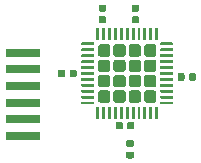
<source format=gbr>
G04 #@! TF.GenerationSoftware,KiCad,Pcbnew,(5.1.5)-3*
G04 #@! TF.CreationDate,2022-01-18T12:38:48+01:00*
G04 #@! TF.ProjectId,HB-ES-PMSwX-Pl_Gosund,48422d45-532d-4504-9d53-77582d506c5f,rev?*
G04 #@! TF.SameCoordinates,Original*
G04 #@! TF.FileFunction,Paste,Bot*
G04 #@! TF.FilePolarity,Positive*
%FSLAX46Y46*%
G04 Gerber Fmt 4.6, Leading zero omitted, Abs format (unit mm)*
G04 Created by KiCad (PCBNEW (5.1.5)-3) date 2022-01-18 12:38:48*
%MOMM*%
%LPD*%
G04 APERTURE LIST*
%ADD10C,0.100000*%
%ADD11R,3.000000X0.700000*%
G04 APERTURE END LIST*
D10*
G36*
X122019505Y-64826204D02*
G01*
X122043773Y-64829804D01*
X122067572Y-64835765D01*
X122090671Y-64844030D01*
X122112850Y-64854520D01*
X122133893Y-64867132D01*
X122153599Y-64881747D01*
X122171777Y-64898223D01*
X122188253Y-64916401D01*
X122202868Y-64936107D01*
X122215480Y-64957150D01*
X122225970Y-64979329D01*
X122234235Y-65002428D01*
X122240196Y-65026227D01*
X122243796Y-65050495D01*
X122245000Y-65074999D01*
X122245000Y-65625001D01*
X122243796Y-65649505D01*
X122240196Y-65673773D01*
X122234235Y-65697572D01*
X122225970Y-65720671D01*
X122215480Y-65742850D01*
X122202868Y-65763893D01*
X122188253Y-65783599D01*
X122171777Y-65801777D01*
X122153599Y-65818253D01*
X122133893Y-65832868D01*
X122112850Y-65845480D01*
X122090671Y-65855970D01*
X122067572Y-65864235D01*
X122043773Y-65870196D01*
X122019505Y-65873796D01*
X121995001Y-65875000D01*
X121444999Y-65875000D01*
X121420495Y-65873796D01*
X121396227Y-65870196D01*
X121372428Y-65864235D01*
X121349329Y-65855970D01*
X121327150Y-65845480D01*
X121306107Y-65832868D01*
X121286401Y-65818253D01*
X121268223Y-65801777D01*
X121251747Y-65783599D01*
X121237132Y-65763893D01*
X121224520Y-65742850D01*
X121214030Y-65720671D01*
X121205765Y-65697572D01*
X121199804Y-65673773D01*
X121196204Y-65649505D01*
X121195000Y-65625001D01*
X121195000Y-65074999D01*
X121196204Y-65050495D01*
X121199804Y-65026227D01*
X121205765Y-65002428D01*
X121214030Y-64979329D01*
X121224520Y-64957150D01*
X121237132Y-64936107D01*
X121251747Y-64916401D01*
X121268223Y-64898223D01*
X121286401Y-64881747D01*
X121306107Y-64867132D01*
X121327150Y-64854520D01*
X121349329Y-64844030D01*
X121372428Y-64835765D01*
X121396227Y-64829804D01*
X121420495Y-64826204D01*
X121444999Y-64825000D01*
X121995001Y-64825000D01*
X122019505Y-64826204D01*
G37*
G36*
X120719505Y-64826204D02*
G01*
X120743773Y-64829804D01*
X120767572Y-64835765D01*
X120790671Y-64844030D01*
X120812850Y-64854520D01*
X120833893Y-64867132D01*
X120853599Y-64881747D01*
X120871777Y-64898223D01*
X120888253Y-64916401D01*
X120902868Y-64936107D01*
X120915480Y-64957150D01*
X120925970Y-64979329D01*
X120934235Y-65002428D01*
X120940196Y-65026227D01*
X120943796Y-65050495D01*
X120945000Y-65074999D01*
X120945000Y-65625001D01*
X120943796Y-65649505D01*
X120940196Y-65673773D01*
X120934235Y-65697572D01*
X120925970Y-65720671D01*
X120915480Y-65742850D01*
X120902868Y-65763893D01*
X120888253Y-65783599D01*
X120871777Y-65801777D01*
X120853599Y-65818253D01*
X120833893Y-65832868D01*
X120812850Y-65845480D01*
X120790671Y-65855970D01*
X120767572Y-65864235D01*
X120743773Y-65870196D01*
X120719505Y-65873796D01*
X120695001Y-65875000D01*
X120144999Y-65875000D01*
X120120495Y-65873796D01*
X120096227Y-65870196D01*
X120072428Y-65864235D01*
X120049329Y-65855970D01*
X120027150Y-65845480D01*
X120006107Y-65832868D01*
X119986401Y-65818253D01*
X119968223Y-65801777D01*
X119951747Y-65783599D01*
X119937132Y-65763893D01*
X119924520Y-65742850D01*
X119914030Y-65720671D01*
X119905765Y-65697572D01*
X119899804Y-65673773D01*
X119896204Y-65649505D01*
X119895000Y-65625001D01*
X119895000Y-65074999D01*
X119896204Y-65050495D01*
X119899804Y-65026227D01*
X119905765Y-65002428D01*
X119914030Y-64979329D01*
X119924520Y-64957150D01*
X119937132Y-64936107D01*
X119951747Y-64916401D01*
X119968223Y-64898223D01*
X119986401Y-64881747D01*
X120006107Y-64867132D01*
X120027150Y-64854520D01*
X120049329Y-64844030D01*
X120072428Y-64835765D01*
X120096227Y-64829804D01*
X120120495Y-64826204D01*
X120144999Y-64825000D01*
X120695001Y-64825000D01*
X120719505Y-64826204D01*
G37*
G36*
X119419505Y-64826204D02*
G01*
X119443773Y-64829804D01*
X119467572Y-64835765D01*
X119490671Y-64844030D01*
X119512850Y-64854520D01*
X119533893Y-64867132D01*
X119553599Y-64881747D01*
X119571777Y-64898223D01*
X119588253Y-64916401D01*
X119602868Y-64936107D01*
X119615480Y-64957150D01*
X119625970Y-64979329D01*
X119634235Y-65002428D01*
X119640196Y-65026227D01*
X119643796Y-65050495D01*
X119645000Y-65074999D01*
X119645000Y-65625001D01*
X119643796Y-65649505D01*
X119640196Y-65673773D01*
X119634235Y-65697572D01*
X119625970Y-65720671D01*
X119615480Y-65742850D01*
X119602868Y-65763893D01*
X119588253Y-65783599D01*
X119571777Y-65801777D01*
X119553599Y-65818253D01*
X119533893Y-65832868D01*
X119512850Y-65845480D01*
X119490671Y-65855970D01*
X119467572Y-65864235D01*
X119443773Y-65870196D01*
X119419505Y-65873796D01*
X119395001Y-65875000D01*
X118844999Y-65875000D01*
X118820495Y-65873796D01*
X118796227Y-65870196D01*
X118772428Y-65864235D01*
X118749329Y-65855970D01*
X118727150Y-65845480D01*
X118706107Y-65832868D01*
X118686401Y-65818253D01*
X118668223Y-65801777D01*
X118651747Y-65783599D01*
X118637132Y-65763893D01*
X118624520Y-65742850D01*
X118614030Y-65720671D01*
X118605765Y-65697572D01*
X118599804Y-65673773D01*
X118596204Y-65649505D01*
X118595000Y-65625001D01*
X118595000Y-65074999D01*
X118596204Y-65050495D01*
X118599804Y-65026227D01*
X118605765Y-65002428D01*
X118614030Y-64979329D01*
X118624520Y-64957150D01*
X118637132Y-64936107D01*
X118651747Y-64916401D01*
X118668223Y-64898223D01*
X118686401Y-64881747D01*
X118706107Y-64867132D01*
X118727150Y-64854520D01*
X118749329Y-64844030D01*
X118772428Y-64835765D01*
X118796227Y-64829804D01*
X118820495Y-64826204D01*
X118844999Y-64825000D01*
X119395001Y-64825000D01*
X119419505Y-64826204D01*
G37*
G36*
X118119505Y-64826204D02*
G01*
X118143773Y-64829804D01*
X118167572Y-64835765D01*
X118190671Y-64844030D01*
X118212850Y-64854520D01*
X118233893Y-64867132D01*
X118253599Y-64881747D01*
X118271777Y-64898223D01*
X118288253Y-64916401D01*
X118302868Y-64936107D01*
X118315480Y-64957150D01*
X118325970Y-64979329D01*
X118334235Y-65002428D01*
X118340196Y-65026227D01*
X118343796Y-65050495D01*
X118345000Y-65074999D01*
X118345000Y-65625001D01*
X118343796Y-65649505D01*
X118340196Y-65673773D01*
X118334235Y-65697572D01*
X118325970Y-65720671D01*
X118315480Y-65742850D01*
X118302868Y-65763893D01*
X118288253Y-65783599D01*
X118271777Y-65801777D01*
X118253599Y-65818253D01*
X118233893Y-65832868D01*
X118212850Y-65845480D01*
X118190671Y-65855970D01*
X118167572Y-65864235D01*
X118143773Y-65870196D01*
X118119505Y-65873796D01*
X118095001Y-65875000D01*
X117544999Y-65875000D01*
X117520495Y-65873796D01*
X117496227Y-65870196D01*
X117472428Y-65864235D01*
X117449329Y-65855970D01*
X117427150Y-65845480D01*
X117406107Y-65832868D01*
X117386401Y-65818253D01*
X117368223Y-65801777D01*
X117351747Y-65783599D01*
X117337132Y-65763893D01*
X117324520Y-65742850D01*
X117314030Y-65720671D01*
X117305765Y-65697572D01*
X117299804Y-65673773D01*
X117296204Y-65649505D01*
X117295000Y-65625001D01*
X117295000Y-65074999D01*
X117296204Y-65050495D01*
X117299804Y-65026227D01*
X117305765Y-65002428D01*
X117314030Y-64979329D01*
X117324520Y-64957150D01*
X117337132Y-64936107D01*
X117351747Y-64916401D01*
X117368223Y-64898223D01*
X117386401Y-64881747D01*
X117406107Y-64867132D01*
X117427150Y-64854520D01*
X117449329Y-64844030D01*
X117472428Y-64835765D01*
X117496227Y-64829804D01*
X117520495Y-64826204D01*
X117544999Y-64825000D01*
X118095001Y-64825000D01*
X118119505Y-64826204D01*
G37*
G36*
X122019505Y-63526204D02*
G01*
X122043773Y-63529804D01*
X122067572Y-63535765D01*
X122090671Y-63544030D01*
X122112850Y-63554520D01*
X122133893Y-63567132D01*
X122153599Y-63581747D01*
X122171777Y-63598223D01*
X122188253Y-63616401D01*
X122202868Y-63636107D01*
X122215480Y-63657150D01*
X122225970Y-63679329D01*
X122234235Y-63702428D01*
X122240196Y-63726227D01*
X122243796Y-63750495D01*
X122245000Y-63774999D01*
X122245000Y-64325001D01*
X122243796Y-64349505D01*
X122240196Y-64373773D01*
X122234235Y-64397572D01*
X122225970Y-64420671D01*
X122215480Y-64442850D01*
X122202868Y-64463893D01*
X122188253Y-64483599D01*
X122171777Y-64501777D01*
X122153599Y-64518253D01*
X122133893Y-64532868D01*
X122112850Y-64545480D01*
X122090671Y-64555970D01*
X122067572Y-64564235D01*
X122043773Y-64570196D01*
X122019505Y-64573796D01*
X121995001Y-64575000D01*
X121444999Y-64575000D01*
X121420495Y-64573796D01*
X121396227Y-64570196D01*
X121372428Y-64564235D01*
X121349329Y-64555970D01*
X121327150Y-64545480D01*
X121306107Y-64532868D01*
X121286401Y-64518253D01*
X121268223Y-64501777D01*
X121251747Y-64483599D01*
X121237132Y-64463893D01*
X121224520Y-64442850D01*
X121214030Y-64420671D01*
X121205765Y-64397572D01*
X121199804Y-64373773D01*
X121196204Y-64349505D01*
X121195000Y-64325001D01*
X121195000Y-63774999D01*
X121196204Y-63750495D01*
X121199804Y-63726227D01*
X121205765Y-63702428D01*
X121214030Y-63679329D01*
X121224520Y-63657150D01*
X121237132Y-63636107D01*
X121251747Y-63616401D01*
X121268223Y-63598223D01*
X121286401Y-63581747D01*
X121306107Y-63567132D01*
X121327150Y-63554520D01*
X121349329Y-63544030D01*
X121372428Y-63535765D01*
X121396227Y-63529804D01*
X121420495Y-63526204D01*
X121444999Y-63525000D01*
X121995001Y-63525000D01*
X122019505Y-63526204D01*
G37*
G36*
X120719505Y-63526204D02*
G01*
X120743773Y-63529804D01*
X120767572Y-63535765D01*
X120790671Y-63544030D01*
X120812850Y-63554520D01*
X120833893Y-63567132D01*
X120853599Y-63581747D01*
X120871777Y-63598223D01*
X120888253Y-63616401D01*
X120902868Y-63636107D01*
X120915480Y-63657150D01*
X120925970Y-63679329D01*
X120934235Y-63702428D01*
X120940196Y-63726227D01*
X120943796Y-63750495D01*
X120945000Y-63774999D01*
X120945000Y-64325001D01*
X120943796Y-64349505D01*
X120940196Y-64373773D01*
X120934235Y-64397572D01*
X120925970Y-64420671D01*
X120915480Y-64442850D01*
X120902868Y-64463893D01*
X120888253Y-64483599D01*
X120871777Y-64501777D01*
X120853599Y-64518253D01*
X120833893Y-64532868D01*
X120812850Y-64545480D01*
X120790671Y-64555970D01*
X120767572Y-64564235D01*
X120743773Y-64570196D01*
X120719505Y-64573796D01*
X120695001Y-64575000D01*
X120144999Y-64575000D01*
X120120495Y-64573796D01*
X120096227Y-64570196D01*
X120072428Y-64564235D01*
X120049329Y-64555970D01*
X120027150Y-64545480D01*
X120006107Y-64532868D01*
X119986401Y-64518253D01*
X119968223Y-64501777D01*
X119951747Y-64483599D01*
X119937132Y-64463893D01*
X119924520Y-64442850D01*
X119914030Y-64420671D01*
X119905765Y-64397572D01*
X119899804Y-64373773D01*
X119896204Y-64349505D01*
X119895000Y-64325001D01*
X119895000Y-63774999D01*
X119896204Y-63750495D01*
X119899804Y-63726227D01*
X119905765Y-63702428D01*
X119914030Y-63679329D01*
X119924520Y-63657150D01*
X119937132Y-63636107D01*
X119951747Y-63616401D01*
X119968223Y-63598223D01*
X119986401Y-63581747D01*
X120006107Y-63567132D01*
X120027150Y-63554520D01*
X120049329Y-63544030D01*
X120072428Y-63535765D01*
X120096227Y-63529804D01*
X120120495Y-63526204D01*
X120144999Y-63525000D01*
X120695001Y-63525000D01*
X120719505Y-63526204D01*
G37*
G36*
X119419505Y-63526204D02*
G01*
X119443773Y-63529804D01*
X119467572Y-63535765D01*
X119490671Y-63544030D01*
X119512850Y-63554520D01*
X119533893Y-63567132D01*
X119553599Y-63581747D01*
X119571777Y-63598223D01*
X119588253Y-63616401D01*
X119602868Y-63636107D01*
X119615480Y-63657150D01*
X119625970Y-63679329D01*
X119634235Y-63702428D01*
X119640196Y-63726227D01*
X119643796Y-63750495D01*
X119645000Y-63774999D01*
X119645000Y-64325001D01*
X119643796Y-64349505D01*
X119640196Y-64373773D01*
X119634235Y-64397572D01*
X119625970Y-64420671D01*
X119615480Y-64442850D01*
X119602868Y-64463893D01*
X119588253Y-64483599D01*
X119571777Y-64501777D01*
X119553599Y-64518253D01*
X119533893Y-64532868D01*
X119512850Y-64545480D01*
X119490671Y-64555970D01*
X119467572Y-64564235D01*
X119443773Y-64570196D01*
X119419505Y-64573796D01*
X119395001Y-64575000D01*
X118844999Y-64575000D01*
X118820495Y-64573796D01*
X118796227Y-64570196D01*
X118772428Y-64564235D01*
X118749329Y-64555970D01*
X118727150Y-64545480D01*
X118706107Y-64532868D01*
X118686401Y-64518253D01*
X118668223Y-64501777D01*
X118651747Y-64483599D01*
X118637132Y-64463893D01*
X118624520Y-64442850D01*
X118614030Y-64420671D01*
X118605765Y-64397572D01*
X118599804Y-64373773D01*
X118596204Y-64349505D01*
X118595000Y-64325001D01*
X118595000Y-63774999D01*
X118596204Y-63750495D01*
X118599804Y-63726227D01*
X118605765Y-63702428D01*
X118614030Y-63679329D01*
X118624520Y-63657150D01*
X118637132Y-63636107D01*
X118651747Y-63616401D01*
X118668223Y-63598223D01*
X118686401Y-63581747D01*
X118706107Y-63567132D01*
X118727150Y-63554520D01*
X118749329Y-63544030D01*
X118772428Y-63535765D01*
X118796227Y-63529804D01*
X118820495Y-63526204D01*
X118844999Y-63525000D01*
X119395001Y-63525000D01*
X119419505Y-63526204D01*
G37*
G36*
X118119505Y-63526204D02*
G01*
X118143773Y-63529804D01*
X118167572Y-63535765D01*
X118190671Y-63544030D01*
X118212850Y-63554520D01*
X118233893Y-63567132D01*
X118253599Y-63581747D01*
X118271777Y-63598223D01*
X118288253Y-63616401D01*
X118302868Y-63636107D01*
X118315480Y-63657150D01*
X118325970Y-63679329D01*
X118334235Y-63702428D01*
X118340196Y-63726227D01*
X118343796Y-63750495D01*
X118345000Y-63774999D01*
X118345000Y-64325001D01*
X118343796Y-64349505D01*
X118340196Y-64373773D01*
X118334235Y-64397572D01*
X118325970Y-64420671D01*
X118315480Y-64442850D01*
X118302868Y-64463893D01*
X118288253Y-64483599D01*
X118271777Y-64501777D01*
X118253599Y-64518253D01*
X118233893Y-64532868D01*
X118212850Y-64545480D01*
X118190671Y-64555970D01*
X118167572Y-64564235D01*
X118143773Y-64570196D01*
X118119505Y-64573796D01*
X118095001Y-64575000D01*
X117544999Y-64575000D01*
X117520495Y-64573796D01*
X117496227Y-64570196D01*
X117472428Y-64564235D01*
X117449329Y-64555970D01*
X117427150Y-64545480D01*
X117406107Y-64532868D01*
X117386401Y-64518253D01*
X117368223Y-64501777D01*
X117351747Y-64483599D01*
X117337132Y-64463893D01*
X117324520Y-64442850D01*
X117314030Y-64420671D01*
X117305765Y-64397572D01*
X117299804Y-64373773D01*
X117296204Y-64349505D01*
X117295000Y-64325001D01*
X117295000Y-63774999D01*
X117296204Y-63750495D01*
X117299804Y-63726227D01*
X117305765Y-63702428D01*
X117314030Y-63679329D01*
X117324520Y-63657150D01*
X117337132Y-63636107D01*
X117351747Y-63616401D01*
X117368223Y-63598223D01*
X117386401Y-63581747D01*
X117406107Y-63567132D01*
X117427150Y-63554520D01*
X117449329Y-63544030D01*
X117472428Y-63535765D01*
X117496227Y-63529804D01*
X117520495Y-63526204D01*
X117544999Y-63525000D01*
X118095001Y-63525000D01*
X118119505Y-63526204D01*
G37*
G36*
X122019505Y-62226204D02*
G01*
X122043773Y-62229804D01*
X122067572Y-62235765D01*
X122090671Y-62244030D01*
X122112850Y-62254520D01*
X122133893Y-62267132D01*
X122153599Y-62281747D01*
X122171777Y-62298223D01*
X122188253Y-62316401D01*
X122202868Y-62336107D01*
X122215480Y-62357150D01*
X122225970Y-62379329D01*
X122234235Y-62402428D01*
X122240196Y-62426227D01*
X122243796Y-62450495D01*
X122245000Y-62474999D01*
X122245000Y-63025001D01*
X122243796Y-63049505D01*
X122240196Y-63073773D01*
X122234235Y-63097572D01*
X122225970Y-63120671D01*
X122215480Y-63142850D01*
X122202868Y-63163893D01*
X122188253Y-63183599D01*
X122171777Y-63201777D01*
X122153599Y-63218253D01*
X122133893Y-63232868D01*
X122112850Y-63245480D01*
X122090671Y-63255970D01*
X122067572Y-63264235D01*
X122043773Y-63270196D01*
X122019505Y-63273796D01*
X121995001Y-63275000D01*
X121444999Y-63275000D01*
X121420495Y-63273796D01*
X121396227Y-63270196D01*
X121372428Y-63264235D01*
X121349329Y-63255970D01*
X121327150Y-63245480D01*
X121306107Y-63232868D01*
X121286401Y-63218253D01*
X121268223Y-63201777D01*
X121251747Y-63183599D01*
X121237132Y-63163893D01*
X121224520Y-63142850D01*
X121214030Y-63120671D01*
X121205765Y-63097572D01*
X121199804Y-63073773D01*
X121196204Y-63049505D01*
X121195000Y-63025001D01*
X121195000Y-62474999D01*
X121196204Y-62450495D01*
X121199804Y-62426227D01*
X121205765Y-62402428D01*
X121214030Y-62379329D01*
X121224520Y-62357150D01*
X121237132Y-62336107D01*
X121251747Y-62316401D01*
X121268223Y-62298223D01*
X121286401Y-62281747D01*
X121306107Y-62267132D01*
X121327150Y-62254520D01*
X121349329Y-62244030D01*
X121372428Y-62235765D01*
X121396227Y-62229804D01*
X121420495Y-62226204D01*
X121444999Y-62225000D01*
X121995001Y-62225000D01*
X122019505Y-62226204D01*
G37*
G36*
X120719505Y-62226204D02*
G01*
X120743773Y-62229804D01*
X120767572Y-62235765D01*
X120790671Y-62244030D01*
X120812850Y-62254520D01*
X120833893Y-62267132D01*
X120853599Y-62281747D01*
X120871777Y-62298223D01*
X120888253Y-62316401D01*
X120902868Y-62336107D01*
X120915480Y-62357150D01*
X120925970Y-62379329D01*
X120934235Y-62402428D01*
X120940196Y-62426227D01*
X120943796Y-62450495D01*
X120945000Y-62474999D01*
X120945000Y-63025001D01*
X120943796Y-63049505D01*
X120940196Y-63073773D01*
X120934235Y-63097572D01*
X120925970Y-63120671D01*
X120915480Y-63142850D01*
X120902868Y-63163893D01*
X120888253Y-63183599D01*
X120871777Y-63201777D01*
X120853599Y-63218253D01*
X120833893Y-63232868D01*
X120812850Y-63245480D01*
X120790671Y-63255970D01*
X120767572Y-63264235D01*
X120743773Y-63270196D01*
X120719505Y-63273796D01*
X120695001Y-63275000D01*
X120144999Y-63275000D01*
X120120495Y-63273796D01*
X120096227Y-63270196D01*
X120072428Y-63264235D01*
X120049329Y-63255970D01*
X120027150Y-63245480D01*
X120006107Y-63232868D01*
X119986401Y-63218253D01*
X119968223Y-63201777D01*
X119951747Y-63183599D01*
X119937132Y-63163893D01*
X119924520Y-63142850D01*
X119914030Y-63120671D01*
X119905765Y-63097572D01*
X119899804Y-63073773D01*
X119896204Y-63049505D01*
X119895000Y-63025001D01*
X119895000Y-62474999D01*
X119896204Y-62450495D01*
X119899804Y-62426227D01*
X119905765Y-62402428D01*
X119914030Y-62379329D01*
X119924520Y-62357150D01*
X119937132Y-62336107D01*
X119951747Y-62316401D01*
X119968223Y-62298223D01*
X119986401Y-62281747D01*
X120006107Y-62267132D01*
X120027150Y-62254520D01*
X120049329Y-62244030D01*
X120072428Y-62235765D01*
X120096227Y-62229804D01*
X120120495Y-62226204D01*
X120144999Y-62225000D01*
X120695001Y-62225000D01*
X120719505Y-62226204D01*
G37*
G36*
X119419505Y-62226204D02*
G01*
X119443773Y-62229804D01*
X119467572Y-62235765D01*
X119490671Y-62244030D01*
X119512850Y-62254520D01*
X119533893Y-62267132D01*
X119553599Y-62281747D01*
X119571777Y-62298223D01*
X119588253Y-62316401D01*
X119602868Y-62336107D01*
X119615480Y-62357150D01*
X119625970Y-62379329D01*
X119634235Y-62402428D01*
X119640196Y-62426227D01*
X119643796Y-62450495D01*
X119645000Y-62474999D01*
X119645000Y-63025001D01*
X119643796Y-63049505D01*
X119640196Y-63073773D01*
X119634235Y-63097572D01*
X119625970Y-63120671D01*
X119615480Y-63142850D01*
X119602868Y-63163893D01*
X119588253Y-63183599D01*
X119571777Y-63201777D01*
X119553599Y-63218253D01*
X119533893Y-63232868D01*
X119512850Y-63245480D01*
X119490671Y-63255970D01*
X119467572Y-63264235D01*
X119443773Y-63270196D01*
X119419505Y-63273796D01*
X119395001Y-63275000D01*
X118844999Y-63275000D01*
X118820495Y-63273796D01*
X118796227Y-63270196D01*
X118772428Y-63264235D01*
X118749329Y-63255970D01*
X118727150Y-63245480D01*
X118706107Y-63232868D01*
X118686401Y-63218253D01*
X118668223Y-63201777D01*
X118651747Y-63183599D01*
X118637132Y-63163893D01*
X118624520Y-63142850D01*
X118614030Y-63120671D01*
X118605765Y-63097572D01*
X118599804Y-63073773D01*
X118596204Y-63049505D01*
X118595000Y-63025001D01*
X118595000Y-62474999D01*
X118596204Y-62450495D01*
X118599804Y-62426227D01*
X118605765Y-62402428D01*
X118614030Y-62379329D01*
X118624520Y-62357150D01*
X118637132Y-62336107D01*
X118651747Y-62316401D01*
X118668223Y-62298223D01*
X118686401Y-62281747D01*
X118706107Y-62267132D01*
X118727150Y-62254520D01*
X118749329Y-62244030D01*
X118772428Y-62235765D01*
X118796227Y-62229804D01*
X118820495Y-62226204D01*
X118844999Y-62225000D01*
X119395001Y-62225000D01*
X119419505Y-62226204D01*
G37*
G36*
X118119505Y-62226204D02*
G01*
X118143773Y-62229804D01*
X118167572Y-62235765D01*
X118190671Y-62244030D01*
X118212850Y-62254520D01*
X118233893Y-62267132D01*
X118253599Y-62281747D01*
X118271777Y-62298223D01*
X118288253Y-62316401D01*
X118302868Y-62336107D01*
X118315480Y-62357150D01*
X118325970Y-62379329D01*
X118334235Y-62402428D01*
X118340196Y-62426227D01*
X118343796Y-62450495D01*
X118345000Y-62474999D01*
X118345000Y-63025001D01*
X118343796Y-63049505D01*
X118340196Y-63073773D01*
X118334235Y-63097572D01*
X118325970Y-63120671D01*
X118315480Y-63142850D01*
X118302868Y-63163893D01*
X118288253Y-63183599D01*
X118271777Y-63201777D01*
X118253599Y-63218253D01*
X118233893Y-63232868D01*
X118212850Y-63245480D01*
X118190671Y-63255970D01*
X118167572Y-63264235D01*
X118143773Y-63270196D01*
X118119505Y-63273796D01*
X118095001Y-63275000D01*
X117544999Y-63275000D01*
X117520495Y-63273796D01*
X117496227Y-63270196D01*
X117472428Y-63264235D01*
X117449329Y-63255970D01*
X117427150Y-63245480D01*
X117406107Y-63232868D01*
X117386401Y-63218253D01*
X117368223Y-63201777D01*
X117351747Y-63183599D01*
X117337132Y-63163893D01*
X117324520Y-63142850D01*
X117314030Y-63120671D01*
X117305765Y-63097572D01*
X117299804Y-63073773D01*
X117296204Y-63049505D01*
X117295000Y-63025001D01*
X117295000Y-62474999D01*
X117296204Y-62450495D01*
X117299804Y-62426227D01*
X117305765Y-62402428D01*
X117314030Y-62379329D01*
X117324520Y-62357150D01*
X117337132Y-62336107D01*
X117351747Y-62316401D01*
X117368223Y-62298223D01*
X117386401Y-62281747D01*
X117406107Y-62267132D01*
X117427150Y-62254520D01*
X117449329Y-62244030D01*
X117472428Y-62235765D01*
X117496227Y-62229804D01*
X117520495Y-62226204D01*
X117544999Y-62225000D01*
X118095001Y-62225000D01*
X118119505Y-62226204D01*
G37*
G36*
X122019505Y-60926204D02*
G01*
X122043773Y-60929804D01*
X122067572Y-60935765D01*
X122090671Y-60944030D01*
X122112850Y-60954520D01*
X122133893Y-60967132D01*
X122153599Y-60981747D01*
X122171777Y-60998223D01*
X122188253Y-61016401D01*
X122202868Y-61036107D01*
X122215480Y-61057150D01*
X122225970Y-61079329D01*
X122234235Y-61102428D01*
X122240196Y-61126227D01*
X122243796Y-61150495D01*
X122245000Y-61174999D01*
X122245000Y-61725001D01*
X122243796Y-61749505D01*
X122240196Y-61773773D01*
X122234235Y-61797572D01*
X122225970Y-61820671D01*
X122215480Y-61842850D01*
X122202868Y-61863893D01*
X122188253Y-61883599D01*
X122171777Y-61901777D01*
X122153599Y-61918253D01*
X122133893Y-61932868D01*
X122112850Y-61945480D01*
X122090671Y-61955970D01*
X122067572Y-61964235D01*
X122043773Y-61970196D01*
X122019505Y-61973796D01*
X121995001Y-61975000D01*
X121444999Y-61975000D01*
X121420495Y-61973796D01*
X121396227Y-61970196D01*
X121372428Y-61964235D01*
X121349329Y-61955970D01*
X121327150Y-61945480D01*
X121306107Y-61932868D01*
X121286401Y-61918253D01*
X121268223Y-61901777D01*
X121251747Y-61883599D01*
X121237132Y-61863893D01*
X121224520Y-61842850D01*
X121214030Y-61820671D01*
X121205765Y-61797572D01*
X121199804Y-61773773D01*
X121196204Y-61749505D01*
X121195000Y-61725001D01*
X121195000Y-61174999D01*
X121196204Y-61150495D01*
X121199804Y-61126227D01*
X121205765Y-61102428D01*
X121214030Y-61079329D01*
X121224520Y-61057150D01*
X121237132Y-61036107D01*
X121251747Y-61016401D01*
X121268223Y-60998223D01*
X121286401Y-60981747D01*
X121306107Y-60967132D01*
X121327150Y-60954520D01*
X121349329Y-60944030D01*
X121372428Y-60935765D01*
X121396227Y-60929804D01*
X121420495Y-60926204D01*
X121444999Y-60925000D01*
X121995001Y-60925000D01*
X122019505Y-60926204D01*
G37*
G36*
X120719505Y-60926204D02*
G01*
X120743773Y-60929804D01*
X120767572Y-60935765D01*
X120790671Y-60944030D01*
X120812850Y-60954520D01*
X120833893Y-60967132D01*
X120853599Y-60981747D01*
X120871777Y-60998223D01*
X120888253Y-61016401D01*
X120902868Y-61036107D01*
X120915480Y-61057150D01*
X120925970Y-61079329D01*
X120934235Y-61102428D01*
X120940196Y-61126227D01*
X120943796Y-61150495D01*
X120945000Y-61174999D01*
X120945000Y-61725001D01*
X120943796Y-61749505D01*
X120940196Y-61773773D01*
X120934235Y-61797572D01*
X120925970Y-61820671D01*
X120915480Y-61842850D01*
X120902868Y-61863893D01*
X120888253Y-61883599D01*
X120871777Y-61901777D01*
X120853599Y-61918253D01*
X120833893Y-61932868D01*
X120812850Y-61945480D01*
X120790671Y-61955970D01*
X120767572Y-61964235D01*
X120743773Y-61970196D01*
X120719505Y-61973796D01*
X120695001Y-61975000D01*
X120144999Y-61975000D01*
X120120495Y-61973796D01*
X120096227Y-61970196D01*
X120072428Y-61964235D01*
X120049329Y-61955970D01*
X120027150Y-61945480D01*
X120006107Y-61932868D01*
X119986401Y-61918253D01*
X119968223Y-61901777D01*
X119951747Y-61883599D01*
X119937132Y-61863893D01*
X119924520Y-61842850D01*
X119914030Y-61820671D01*
X119905765Y-61797572D01*
X119899804Y-61773773D01*
X119896204Y-61749505D01*
X119895000Y-61725001D01*
X119895000Y-61174999D01*
X119896204Y-61150495D01*
X119899804Y-61126227D01*
X119905765Y-61102428D01*
X119914030Y-61079329D01*
X119924520Y-61057150D01*
X119937132Y-61036107D01*
X119951747Y-61016401D01*
X119968223Y-60998223D01*
X119986401Y-60981747D01*
X120006107Y-60967132D01*
X120027150Y-60954520D01*
X120049329Y-60944030D01*
X120072428Y-60935765D01*
X120096227Y-60929804D01*
X120120495Y-60926204D01*
X120144999Y-60925000D01*
X120695001Y-60925000D01*
X120719505Y-60926204D01*
G37*
G36*
X119419505Y-60926204D02*
G01*
X119443773Y-60929804D01*
X119467572Y-60935765D01*
X119490671Y-60944030D01*
X119512850Y-60954520D01*
X119533893Y-60967132D01*
X119553599Y-60981747D01*
X119571777Y-60998223D01*
X119588253Y-61016401D01*
X119602868Y-61036107D01*
X119615480Y-61057150D01*
X119625970Y-61079329D01*
X119634235Y-61102428D01*
X119640196Y-61126227D01*
X119643796Y-61150495D01*
X119645000Y-61174999D01*
X119645000Y-61725001D01*
X119643796Y-61749505D01*
X119640196Y-61773773D01*
X119634235Y-61797572D01*
X119625970Y-61820671D01*
X119615480Y-61842850D01*
X119602868Y-61863893D01*
X119588253Y-61883599D01*
X119571777Y-61901777D01*
X119553599Y-61918253D01*
X119533893Y-61932868D01*
X119512850Y-61945480D01*
X119490671Y-61955970D01*
X119467572Y-61964235D01*
X119443773Y-61970196D01*
X119419505Y-61973796D01*
X119395001Y-61975000D01*
X118844999Y-61975000D01*
X118820495Y-61973796D01*
X118796227Y-61970196D01*
X118772428Y-61964235D01*
X118749329Y-61955970D01*
X118727150Y-61945480D01*
X118706107Y-61932868D01*
X118686401Y-61918253D01*
X118668223Y-61901777D01*
X118651747Y-61883599D01*
X118637132Y-61863893D01*
X118624520Y-61842850D01*
X118614030Y-61820671D01*
X118605765Y-61797572D01*
X118599804Y-61773773D01*
X118596204Y-61749505D01*
X118595000Y-61725001D01*
X118595000Y-61174999D01*
X118596204Y-61150495D01*
X118599804Y-61126227D01*
X118605765Y-61102428D01*
X118614030Y-61079329D01*
X118624520Y-61057150D01*
X118637132Y-61036107D01*
X118651747Y-61016401D01*
X118668223Y-60998223D01*
X118686401Y-60981747D01*
X118706107Y-60967132D01*
X118727150Y-60954520D01*
X118749329Y-60944030D01*
X118772428Y-60935765D01*
X118796227Y-60929804D01*
X118820495Y-60926204D01*
X118844999Y-60925000D01*
X119395001Y-60925000D01*
X119419505Y-60926204D01*
G37*
G36*
X118119505Y-60926204D02*
G01*
X118143773Y-60929804D01*
X118167572Y-60935765D01*
X118190671Y-60944030D01*
X118212850Y-60954520D01*
X118233893Y-60967132D01*
X118253599Y-60981747D01*
X118271777Y-60998223D01*
X118288253Y-61016401D01*
X118302868Y-61036107D01*
X118315480Y-61057150D01*
X118325970Y-61079329D01*
X118334235Y-61102428D01*
X118340196Y-61126227D01*
X118343796Y-61150495D01*
X118345000Y-61174999D01*
X118345000Y-61725001D01*
X118343796Y-61749505D01*
X118340196Y-61773773D01*
X118334235Y-61797572D01*
X118325970Y-61820671D01*
X118315480Y-61842850D01*
X118302868Y-61863893D01*
X118288253Y-61883599D01*
X118271777Y-61901777D01*
X118253599Y-61918253D01*
X118233893Y-61932868D01*
X118212850Y-61945480D01*
X118190671Y-61955970D01*
X118167572Y-61964235D01*
X118143773Y-61970196D01*
X118119505Y-61973796D01*
X118095001Y-61975000D01*
X117544999Y-61975000D01*
X117520495Y-61973796D01*
X117496227Y-61970196D01*
X117472428Y-61964235D01*
X117449329Y-61955970D01*
X117427150Y-61945480D01*
X117406107Y-61932868D01*
X117386401Y-61918253D01*
X117368223Y-61901777D01*
X117351747Y-61883599D01*
X117337132Y-61863893D01*
X117324520Y-61842850D01*
X117314030Y-61820671D01*
X117305765Y-61797572D01*
X117299804Y-61773773D01*
X117296204Y-61749505D01*
X117295000Y-61725001D01*
X117295000Y-61174999D01*
X117296204Y-61150495D01*
X117299804Y-61126227D01*
X117305765Y-61102428D01*
X117314030Y-61079329D01*
X117324520Y-61057150D01*
X117337132Y-61036107D01*
X117351747Y-61016401D01*
X117368223Y-60998223D01*
X117386401Y-60981747D01*
X117406107Y-60967132D01*
X117427150Y-60954520D01*
X117449329Y-60944030D01*
X117472428Y-60935765D01*
X117496227Y-60929804D01*
X117520495Y-60926204D01*
X117544999Y-60925000D01*
X118095001Y-60925000D01*
X118119505Y-60926204D01*
G37*
G36*
X122338626Y-66200301D02*
G01*
X122344693Y-66201201D01*
X122350643Y-66202691D01*
X122356418Y-66204758D01*
X122361962Y-66207380D01*
X122367223Y-66210533D01*
X122372150Y-66214187D01*
X122376694Y-66218306D01*
X122380813Y-66222850D01*
X122384467Y-66227777D01*
X122387620Y-66233038D01*
X122390242Y-66238582D01*
X122392309Y-66244357D01*
X122393799Y-66250307D01*
X122394699Y-66256374D01*
X122395000Y-66262500D01*
X122395000Y-67212500D01*
X122394699Y-67218626D01*
X122393799Y-67224693D01*
X122392309Y-67230643D01*
X122390242Y-67236418D01*
X122387620Y-67241962D01*
X122384467Y-67247223D01*
X122380813Y-67252150D01*
X122376694Y-67256694D01*
X122372150Y-67260813D01*
X122367223Y-67264467D01*
X122361962Y-67267620D01*
X122356418Y-67270242D01*
X122350643Y-67272309D01*
X122344693Y-67273799D01*
X122338626Y-67274699D01*
X122332500Y-67275000D01*
X122207500Y-67275000D01*
X122201374Y-67274699D01*
X122195307Y-67273799D01*
X122189357Y-67272309D01*
X122183582Y-67270242D01*
X122178038Y-67267620D01*
X122172777Y-67264467D01*
X122167850Y-67260813D01*
X122163306Y-67256694D01*
X122159187Y-67252150D01*
X122155533Y-67247223D01*
X122152380Y-67241962D01*
X122149758Y-67236418D01*
X122147691Y-67230643D01*
X122146201Y-67224693D01*
X122145301Y-67218626D01*
X122145000Y-67212500D01*
X122145000Y-66262500D01*
X122145301Y-66256374D01*
X122146201Y-66250307D01*
X122147691Y-66244357D01*
X122149758Y-66238582D01*
X122152380Y-66233038D01*
X122155533Y-66227777D01*
X122159187Y-66222850D01*
X122163306Y-66218306D01*
X122167850Y-66214187D01*
X122172777Y-66210533D01*
X122178038Y-66207380D01*
X122183582Y-66204758D01*
X122189357Y-66202691D01*
X122195307Y-66201201D01*
X122201374Y-66200301D01*
X122207500Y-66200000D01*
X122332500Y-66200000D01*
X122338626Y-66200301D01*
G37*
G36*
X121838626Y-66200301D02*
G01*
X121844693Y-66201201D01*
X121850643Y-66202691D01*
X121856418Y-66204758D01*
X121861962Y-66207380D01*
X121867223Y-66210533D01*
X121872150Y-66214187D01*
X121876694Y-66218306D01*
X121880813Y-66222850D01*
X121884467Y-66227777D01*
X121887620Y-66233038D01*
X121890242Y-66238582D01*
X121892309Y-66244357D01*
X121893799Y-66250307D01*
X121894699Y-66256374D01*
X121895000Y-66262500D01*
X121895000Y-67212500D01*
X121894699Y-67218626D01*
X121893799Y-67224693D01*
X121892309Y-67230643D01*
X121890242Y-67236418D01*
X121887620Y-67241962D01*
X121884467Y-67247223D01*
X121880813Y-67252150D01*
X121876694Y-67256694D01*
X121872150Y-67260813D01*
X121867223Y-67264467D01*
X121861962Y-67267620D01*
X121856418Y-67270242D01*
X121850643Y-67272309D01*
X121844693Y-67273799D01*
X121838626Y-67274699D01*
X121832500Y-67275000D01*
X121707500Y-67275000D01*
X121701374Y-67274699D01*
X121695307Y-67273799D01*
X121689357Y-67272309D01*
X121683582Y-67270242D01*
X121678038Y-67267620D01*
X121672777Y-67264467D01*
X121667850Y-67260813D01*
X121663306Y-67256694D01*
X121659187Y-67252150D01*
X121655533Y-67247223D01*
X121652380Y-67241962D01*
X121649758Y-67236418D01*
X121647691Y-67230643D01*
X121646201Y-67224693D01*
X121645301Y-67218626D01*
X121645000Y-67212500D01*
X121645000Y-66262500D01*
X121645301Y-66256374D01*
X121646201Y-66250307D01*
X121647691Y-66244357D01*
X121649758Y-66238582D01*
X121652380Y-66233038D01*
X121655533Y-66227777D01*
X121659187Y-66222850D01*
X121663306Y-66218306D01*
X121667850Y-66214187D01*
X121672777Y-66210533D01*
X121678038Y-66207380D01*
X121683582Y-66204758D01*
X121689357Y-66202691D01*
X121695307Y-66201201D01*
X121701374Y-66200301D01*
X121707500Y-66200000D01*
X121832500Y-66200000D01*
X121838626Y-66200301D01*
G37*
G36*
X121338626Y-66200301D02*
G01*
X121344693Y-66201201D01*
X121350643Y-66202691D01*
X121356418Y-66204758D01*
X121361962Y-66207380D01*
X121367223Y-66210533D01*
X121372150Y-66214187D01*
X121376694Y-66218306D01*
X121380813Y-66222850D01*
X121384467Y-66227777D01*
X121387620Y-66233038D01*
X121390242Y-66238582D01*
X121392309Y-66244357D01*
X121393799Y-66250307D01*
X121394699Y-66256374D01*
X121395000Y-66262500D01*
X121395000Y-67212500D01*
X121394699Y-67218626D01*
X121393799Y-67224693D01*
X121392309Y-67230643D01*
X121390242Y-67236418D01*
X121387620Y-67241962D01*
X121384467Y-67247223D01*
X121380813Y-67252150D01*
X121376694Y-67256694D01*
X121372150Y-67260813D01*
X121367223Y-67264467D01*
X121361962Y-67267620D01*
X121356418Y-67270242D01*
X121350643Y-67272309D01*
X121344693Y-67273799D01*
X121338626Y-67274699D01*
X121332500Y-67275000D01*
X121207500Y-67275000D01*
X121201374Y-67274699D01*
X121195307Y-67273799D01*
X121189357Y-67272309D01*
X121183582Y-67270242D01*
X121178038Y-67267620D01*
X121172777Y-67264467D01*
X121167850Y-67260813D01*
X121163306Y-67256694D01*
X121159187Y-67252150D01*
X121155533Y-67247223D01*
X121152380Y-67241962D01*
X121149758Y-67236418D01*
X121147691Y-67230643D01*
X121146201Y-67224693D01*
X121145301Y-67218626D01*
X121145000Y-67212500D01*
X121145000Y-66262500D01*
X121145301Y-66256374D01*
X121146201Y-66250307D01*
X121147691Y-66244357D01*
X121149758Y-66238582D01*
X121152380Y-66233038D01*
X121155533Y-66227777D01*
X121159187Y-66222850D01*
X121163306Y-66218306D01*
X121167850Y-66214187D01*
X121172777Y-66210533D01*
X121178038Y-66207380D01*
X121183582Y-66204758D01*
X121189357Y-66202691D01*
X121195307Y-66201201D01*
X121201374Y-66200301D01*
X121207500Y-66200000D01*
X121332500Y-66200000D01*
X121338626Y-66200301D01*
G37*
G36*
X120838626Y-66200301D02*
G01*
X120844693Y-66201201D01*
X120850643Y-66202691D01*
X120856418Y-66204758D01*
X120861962Y-66207380D01*
X120867223Y-66210533D01*
X120872150Y-66214187D01*
X120876694Y-66218306D01*
X120880813Y-66222850D01*
X120884467Y-66227777D01*
X120887620Y-66233038D01*
X120890242Y-66238582D01*
X120892309Y-66244357D01*
X120893799Y-66250307D01*
X120894699Y-66256374D01*
X120895000Y-66262500D01*
X120895000Y-67212500D01*
X120894699Y-67218626D01*
X120893799Y-67224693D01*
X120892309Y-67230643D01*
X120890242Y-67236418D01*
X120887620Y-67241962D01*
X120884467Y-67247223D01*
X120880813Y-67252150D01*
X120876694Y-67256694D01*
X120872150Y-67260813D01*
X120867223Y-67264467D01*
X120861962Y-67267620D01*
X120856418Y-67270242D01*
X120850643Y-67272309D01*
X120844693Y-67273799D01*
X120838626Y-67274699D01*
X120832500Y-67275000D01*
X120707500Y-67275000D01*
X120701374Y-67274699D01*
X120695307Y-67273799D01*
X120689357Y-67272309D01*
X120683582Y-67270242D01*
X120678038Y-67267620D01*
X120672777Y-67264467D01*
X120667850Y-67260813D01*
X120663306Y-67256694D01*
X120659187Y-67252150D01*
X120655533Y-67247223D01*
X120652380Y-67241962D01*
X120649758Y-67236418D01*
X120647691Y-67230643D01*
X120646201Y-67224693D01*
X120645301Y-67218626D01*
X120645000Y-67212500D01*
X120645000Y-66262500D01*
X120645301Y-66256374D01*
X120646201Y-66250307D01*
X120647691Y-66244357D01*
X120649758Y-66238582D01*
X120652380Y-66233038D01*
X120655533Y-66227777D01*
X120659187Y-66222850D01*
X120663306Y-66218306D01*
X120667850Y-66214187D01*
X120672777Y-66210533D01*
X120678038Y-66207380D01*
X120683582Y-66204758D01*
X120689357Y-66202691D01*
X120695307Y-66201201D01*
X120701374Y-66200301D01*
X120707500Y-66200000D01*
X120832500Y-66200000D01*
X120838626Y-66200301D01*
G37*
G36*
X120338626Y-66200301D02*
G01*
X120344693Y-66201201D01*
X120350643Y-66202691D01*
X120356418Y-66204758D01*
X120361962Y-66207380D01*
X120367223Y-66210533D01*
X120372150Y-66214187D01*
X120376694Y-66218306D01*
X120380813Y-66222850D01*
X120384467Y-66227777D01*
X120387620Y-66233038D01*
X120390242Y-66238582D01*
X120392309Y-66244357D01*
X120393799Y-66250307D01*
X120394699Y-66256374D01*
X120395000Y-66262500D01*
X120395000Y-67212500D01*
X120394699Y-67218626D01*
X120393799Y-67224693D01*
X120392309Y-67230643D01*
X120390242Y-67236418D01*
X120387620Y-67241962D01*
X120384467Y-67247223D01*
X120380813Y-67252150D01*
X120376694Y-67256694D01*
X120372150Y-67260813D01*
X120367223Y-67264467D01*
X120361962Y-67267620D01*
X120356418Y-67270242D01*
X120350643Y-67272309D01*
X120344693Y-67273799D01*
X120338626Y-67274699D01*
X120332500Y-67275000D01*
X120207500Y-67275000D01*
X120201374Y-67274699D01*
X120195307Y-67273799D01*
X120189357Y-67272309D01*
X120183582Y-67270242D01*
X120178038Y-67267620D01*
X120172777Y-67264467D01*
X120167850Y-67260813D01*
X120163306Y-67256694D01*
X120159187Y-67252150D01*
X120155533Y-67247223D01*
X120152380Y-67241962D01*
X120149758Y-67236418D01*
X120147691Y-67230643D01*
X120146201Y-67224693D01*
X120145301Y-67218626D01*
X120145000Y-67212500D01*
X120145000Y-66262500D01*
X120145301Y-66256374D01*
X120146201Y-66250307D01*
X120147691Y-66244357D01*
X120149758Y-66238582D01*
X120152380Y-66233038D01*
X120155533Y-66227777D01*
X120159187Y-66222850D01*
X120163306Y-66218306D01*
X120167850Y-66214187D01*
X120172777Y-66210533D01*
X120178038Y-66207380D01*
X120183582Y-66204758D01*
X120189357Y-66202691D01*
X120195307Y-66201201D01*
X120201374Y-66200301D01*
X120207500Y-66200000D01*
X120332500Y-66200000D01*
X120338626Y-66200301D01*
G37*
G36*
X119838626Y-66200301D02*
G01*
X119844693Y-66201201D01*
X119850643Y-66202691D01*
X119856418Y-66204758D01*
X119861962Y-66207380D01*
X119867223Y-66210533D01*
X119872150Y-66214187D01*
X119876694Y-66218306D01*
X119880813Y-66222850D01*
X119884467Y-66227777D01*
X119887620Y-66233038D01*
X119890242Y-66238582D01*
X119892309Y-66244357D01*
X119893799Y-66250307D01*
X119894699Y-66256374D01*
X119895000Y-66262500D01*
X119895000Y-67212500D01*
X119894699Y-67218626D01*
X119893799Y-67224693D01*
X119892309Y-67230643D01*
X119890242Y-67236418D01*
X119887620Y-67241962D01*
X119884467Y-67247223D01*
X119880813Y-67252150D01*
X119876694Y-67256694D01*
X119872150Y-67260813D01*
X119867223Y-67264467D01*
X119861962Y-67267620D01*
X119856418Y-67270242D01*
X119850643Y-67272309D01*
X119844693Y-67273799D01*
X119838626Y-67274699D01*
X119832500Y-67275000D01*
X119707500Y-67275000D01*
X119701374Y-67274699D01*
X119695307Y-67273799D01*
X119689357Y-67272309D01*
X119683582Y-67270242D01*
X119678038Y-67267620D01*
X119672777Y-67264467D01*
X119667850Y-67260813D01*
X119663306Y-67256694D01*
X119659187Y-67252150D01*
X119655533Y-67247223D01*
X119652380Y-67241962D01*
X119649758Y-67236418D01*
X119647691Y-67230643D01*
X119646201Y-67224693D01*
X119645301Y-67218626D01*
X119645000Y-67212500D01*
X119645000Y-66262500D01*
X119645301Y-66256374D01*
X119646201Y-66250307D01*
X119647691Y-66244357D01*
X119649758Y-66238582D01*
X119652380Y-66233038D01*
X119655533Y-66227777D01*
X119659187Y-66222850D01*
X119663306Y-66218306D01*
X119667850Y-66214187D01*
X119672777Y-66210533D01*
X119678038Y-66207380D01*
X119683582Y-66204758D01*
X119689357Y-66202691D01*
X119695307Y-66201201D01*
X119701374Y-66200301D01*
X119707500Y-66200000D01*
X119832500Y-66200000D01*
X119838626Y-66200301D01*
G37*
G36*
X119338626Y-66200301D02*
G01*
X119344693Y-66201201D01*
X119350643Y-66202691D01*
X119356418Y-66204758D01*
X119361962Y-66207380D01*
X119367223Y-66210533D01*
X119372150Y-66214187D01*
X119376694Y-66218306D01*
X119380813Y-66222850D01*
X119384467Y-66227777D01*
X119387620Y-66233038D01*
X119390242Y-66238582D01*
X119392309Y-66244357D01*
X119393799Y-66250307D01*
X119394699Y-66256374D01*
X119395000Y-66262500D01*
X119395000Y-67212500D01*
X119394699Y-67218626D01*
X119393799Y-67224693D01*
X119392309Y-67230643D01*
X119390242Y-67236418D01*
X119387620Y-67241962D01*
X119384467Y-67247223D01*
X119380813Y-67252150D01*
X119376694Y-67256694D01*
X119372150Y-67260813D01*
X119367223Y-67264467D01*
X119361962Y-67267620D01*
X119356418Y-67270242D01*
X119350643Y-67272309D01*
X119344693Y-67273799D01*
X119338626Y-67274699D01*
X119332500Y-67275000D01*
X119207500Y-67275000D01*
X119201374Y-67274699D01*
X119195307Y-67273799D01*
X119189357Y-67272309D01*
X119183582Y-67270242D01*
X119178038Y-67267620D01*
X119172777Y-67264467D01*
X119167850Y-67260813D01*
X119163306Y-67256694D01*
X119159187Y-67252150D01*
X119155533Y-67247223D01*
X119152380Y-67241962D01*
X119149758Y-67236418D01*
X119147691Y-67230643D01*
X119146201Y-67224693D01*
X119145301Y-67218626D01*
X119145000Y-67212500D01*
X119145000Y-66262500D01*
X119145301Y-66256374D01*
X119146201Y-66250307D01*
X119147691Y-66244357D01*
X119149758Y-66238582D01*
X119152380Y-66233038D01*
X119155533Y-66227777D01*
X119159187Y-66222850D01*
X119163306Y-66218306D01*
X119167850Y-66214187D01*
X119172777Y-66210533D01*
X119178038Y-66207380D01*
X119183582Y-66204758D01*
X119189357Y-66202691D01*
X119195307Y-66201201D01*
X119201374Y-66200301D01*
X119207500Y-66200000D01*
X119332500Y-66200000D01*
X119338626Y-66200301D01*
G37*
G36*
X118838626Y-66200301D02*
G01*
X118844693Y-66201201D01*
X118850643Y-66202691D01*
X118856418Y-66204758D01*
X118861962Y-66207380D01*
X118867223Y-66210533D01*
X118872150Y-66214187D01*
X118876694Y-66218306D01*
X118880813Y-66222850D01*
X118884467Y-66227777D01*
X118887620Y-66233038D01*
X118890242Y-66238582D01*
X118892309Y-66244357D01*
X118893799Y-66250307D01*
X118894699Y-66256374D01*
X118895000Y-66262500D01*
X118895000Y-67212500D01*
X118894699Y-67218626D01*
X118893799Y-67224693D01*
X118892309Y-67230643D01*
X118890242Y-67236418D01*
X118887620Y-67241962D01*
X118884467Y-67247223D01*
X118880813Y-67252150D01*
X118876694Y-67256694D01*
X118872150Y-67260813D01*
X118867223Y-67264467D01*
X118861962Y-67267620D01*
X118856418Y-67270242D01*
X118850643Y-67272309D01*
X118844693Y-67273799D01*
X118838626Y-67274699D01*
X118832500Y-67275000D01*
X118707500Y-67275000D01*
X118701374Y-67274699D01*
X118695307Y-67273799D01*
X118689357Y-67272309D01*
X118683582Y-67270242D01*
X118678038Y-67267620D01*
X118672777Y-67264467D01*
X118667850Y-67260813D01*
X118663306Y-67256694D01*
X118659187Y-67252150D01*
X118655533Y-67247223D01*
X118652380Y-67241962D01*
X118649758Y-67236418D01*
X118647691Y-67230643D01*
X118646201Y-67224693D01*
X118645301Y-67218626D01*
X118645000Y-67212500D01*
X118645000Y-66262500D01*
X118645301Y-66256374D01*
X118646201Y-66250307D01*
X118647691Y-66244357D01*
X118649758Y-66238582D01*
X118652380Y-66233038D01*
X118655533Y-66227777D01*
X118659187Y-66222850D01*
X118663306Y-66218306D01*
X118667850Y-66214187D01*
X118672777Y-66210533D01*
X118678038Y-66207380D01*
X118683582Y-66204758D01*
X118689357Y-66202691D01*
X118695307Y-66201201D01*
X118701374Y-66200301D01*
X118707500Y-66200000D01*
X118832500Y-66200000D01*
X118838626Y-66200301D01*
G37*
G36*
X118338626Y-66200301D02*
G01*
X118344693Y-66201201D01*
X118350643Y-66202691D01*
X118356418Y-66204758D01*
X118361962Y-66207380D01*
X118367223Y-66210533D01*
X118372150Y-66214187D01*
X118376694Y-66218306D01*
X118380813Y-66222850D01*
X118384467Y-66227777D01*
X118387620Y-66233038D01*
X118390242Y-66238582D01*
X118392309Y-66244357D01*
X118393799Y-66250307D01*
X118394699Y-66256374D01*
X118395000Y-66262500D01*
X118395000Y-67212500D01*
X118394699Y-67218626D01*
X118393799Y-67224693D01*
X118392309Y-67230643D01*
X118390242Y-67236418D01*
X118387620Y-67241962D01*
X118384467Y-67247223D01*
X118380813Y-67252150D01*
X118376694Y-67256694D01*
X118372150Y-67260813D01*
X118367223Y-67264467D01*
X118361962Y-67267620D01*
X118356418Y-67270242D01*
X118350643Y-67272309D01*
X118344693Y-67273799D01*
X118338626Y-67274699D01*
X118332500Y-67275000D01*
X118207500Y-67275000D01*
X118201374Y-67274699D01*
X118195307Y-67273799D01*
X118189357Y-67272309D01*
X118183582Y-67270242D01*
X118178038Y-67267620D01*
X118172777Y-67264467D01*
X118167850Y-67260813D01*
X118163306Y-67256694D01*
X118159187Y-67252150D01*
X118155533Y-67247223D01*
X118152380Y-67241962D01*
X118149758Y-67236418D01*
X118147691Y-67230643D01*
X118146201Y-67224693D01*
X118145301Y-67218626D01*
X118145000Y-67212500D01*
X118145000Y-66262500D01*
X118145301Y-66256374D01*
X118146201Y-66250307D01*
X118147691Y-66244357D01*
X118149758Y-66238582D01*
X118152380Y-66233038D01*
X118155533Y-66227777D01*
X118159187Y-66222850D01*
X118163306Y-66218306D01*
X118167850Y-66214187D01*
X118172777Y-66210533D01*
X118178038Y-66207380D01*
X118183582Y-66204758D01*
X118189357Y-66202691D01*
X118195307Y-66201201D01*
X118201374Y-66200301D01*
X118207500Y-66200000D01*
X118332500Y-66200000D01*
X118338626Y-66200301D01*
G37*
G36*
X117838626Y-66200301D02*
G01*
X117844693Y-66201201D01*
X117850643Y-66202691D01*
X117856418Y-66204758D01*
X117861962Y-66207380D01*
X117867223Y-66210533D01*
X117872150Y-66214187D01*
X117876694Y-66218306D01*
X117880813Y-66222850D01*
X117884467Y-66227777D01*
X117887620Y-66233038D01*
X117890242Y-66238582D01*
X117892309Y-66244357D01*
X117893799Y-66250307D01*
X117894699Y-66256374D01*
X117895000Y-66262500D01*
X117895000Y-67212500D01*
X117894699Y-67218626D01*
X117893799Y-67224693D01*
X117892309Y-67230643D01*
X117890242Y-67236418D01*
X117887620Y-67241962D01*
X117884467Y-67247223D01*
X117880813Y-67252150D01*
X117876694Y-67256694D01*
X117872150Y-67260813D01*
X117867223Y-67264467D01*
X117861962Y-67267620D01*
X117856418Y-67270242D01*
X117850643Y-67272309D01*
X117844693Y-67273799D01*
X117838626Y-67274699D01*
X117832500Y-67275000D01*
X117707500Y-67275000D01*
X117701374Y-67274699D01*
X117695307Y-67273799D01*
X117689357Y-67272309D01*
X117683582Y-67270242D01*
X117678038Y-67267620D01*
X117672777Y-67264467D01*
X117667850Y-67260813D01*
X117663306Y-67256694D01*
X117659187Y-67252150D01*
X117655533Y-67247223D01*
X117652380Y-67241962D01*
X117649758Y-67236418D01*
X117647691Y-67230643D01*
X117646201Y-67224693D01*
X117645301Y-67218626D01*
X117645000Y-67212500D01*
X117645000Y-66262500D01*
X117645301Y-66256374D01*
X117646201Y-66250307D01*
X117647691Y-66244357D01*
X117649758Y-66238582D01*
X117652380Y-66233038D01*
X117655533Y-66227777D01*
X117659187Y-66222850D01*
X117663306Y-66218306D01*
X117667850Y-66214187D01*
X117672777Y-66210533D01*
X117678038Y-66207380D01*
X117683582Y-66204758D01*
X117689357Y-66202691D01*
X117695307Y-66201201D01*
X117701374Y-66200301D01*
X117707500Y-66200000D01*
X117832500Y-66200000D01*
X117838626Y-66200301D01*
G37*
G36*
X117338626Y-66200301D02*
G01*
X117344693Y-66201201D01*
X117350643Y-66202691D01*
X117356418Y-66204758D01*
X117361962Y-66207380D01*
X117367223Y-66210533D01*
X117372150Y-66214187D01*
X117376694Y-66218306D01*
X117380813Y-66222850D01*
X117384467Y-66227777D01*
X117387620Y-66233038D01*
X117390242Y-66238582D01*
X117392309Y-66244357D01*
X117393799Y-66250307D01*
X117394699Y-66256374D01*
X117395000Y-66262500D01*
X117395000Y-67212500D01*
X117394699Y-67218626D01*
X117393799Y-67224693D01*
X117392309Y-67230643D01*
X117390242Y-67236418D01*
X117387620Y-67241962D01*
X117384467Y-67247223D01*
X117380813Y-67252150D01*
X117376694Y-67256694D01*
X117372150Y-67260813D01*
X117367223Y-67264467D01*
X117361962Y-67267620D01*
X117356418Y-67270242D01*
X117350643Y-67272309D01*
X117344693Y-67273799D01*
X117338626Y-67274699D01*
X117332500Y-67275000D01*
X117207500Y-67275000D01*
X117201374Y-67274699D01*
X117195307Y-67273799D01*
X117189357Y-67272309D01*
X117183582Y-67270242D01*
X117178038Y-67267620D01*
X117172777Y-67264467D01*
X117167850Y-67260813D01*
X117163306Y-67256694D01*
X117159187Y-67252150D01*
X117155533Y-67247223D01*
X117152380Y-67241962D01*
X117149758Y-67236418D01*
X117147691Y-67230643D01*
X117146201Y-67224693D01*
X117145301Y-67218626D01*
X117145000Y-67212500D01*
X117145000Y-66262500D01*
X117145301Y-66256374D01*
X117146201Y-66250307D01*
X117147691Y-66244357D01*
X117149758Y-66238582D01*
X117152380Y-66233038D01*
X117155533Y-66227777D01*
X117159187Y-66222850D01*
X117163306Y-66218306D01*
X117167850Y-66214187D01*
X117172777Y-66210533D01*
X117178038Y-66207380D01*
X117183582Y-66204758D01*
X117189357Y-66202691D01*
X117195307Y-66201201D01*
X117201374Y-66200301D01*
X117207500Y-66200000D01*
X117332500Y-66200000D01*
X117338626Y-66200301D01*
G37*
G36*
X116913626Y-65775301D02*
G01*
X116919693Y-65776201D01*
X116925643Y-65777691D01*
X116931418Y-65779758D01*
X116936962Y-65782380D01*
X116942223Y-65785533D01*
X116947150Y-65789187D01*
X116951694Y-65793306D01*
X116955813Y-65797850D01*
X116959467Y-65802777D01*
X116962620Y-65808038D01*
X116965242Y-65813582D01*
X116967309Y-65819357D01*
X116968799Y-65825307D01*
X116969699Y-65831374D01*
X116970000Y-65837500D01*
X116970000Y-65962500D01*
X116969699Y-65968626D01*
X116968799Y-65974693D01*
X116967309Y-65980643D01*
X116965242Y-65986418D01*
X116962620Y-65991962D01*
X116959467Y-65997223D01*
X116955813Y-66002150D01*
X116951694Y-66006694D01*
X116947150Y-66010813D01*
X116942223Y-66014467D01*
X116936962Y-66017620D01*
X116931418Y-66020242D01*
X116925643Y-66022309D01*
X116919693Y-66023799D01*
X116913626Y-66024699D01*
X116907500Y-66025000D01*
X115957500Y-66025000D01*
X115951374Y-66024699D01*
X115945307Y-66023799D01*
X115939357Y-66022309D01*
X115933582Y-66020242D01*
X115928038Y-66017620D01*
X115922777Y-66014467D01*
X115917850Y-66010813D01*
X115913306Y-66006694D01*
X115909187Y-66002150D01*
X115905533Y-65997223D01*
X115902380Y-65991962D01*
X115899758Y-65986418D01*
X115897691Y-65980643D01*
X115896201Y-65974693D01*
X115895301Y-65968626D01*
X115895000Y-65962500D01*
X115895000Y-65837500D01*
X115895301Y-65831374D01*
X115896201Y-65825307D01*
X115897691Y-65819357D01*
X115899758Y-65813582D01*
X115902380Y-65808038D01*
X115905533Y-65802777D01*
X115909187Y-65797850D01*
X115913306Y-65793306D01*
X115917850Y-65789187D01*
X115922777Y-65785533D01*
X115928038Y-65782380D01*
X115933582Y-65779758D01*
X115939357Y-65777691D01*
X115945307Y-65776201D01*
X115951374Y-65775301D01*
X115957500Y-65775000D01*
X116907500Y-65775000D01*
X116913626Y-65775301D01*
G37*
G36*
X116913626Y-65275301D02*
G01*
X116919693Y-65276201D01*
X116925643Y-65277691D01*
X116931418Y-65279758D01*
X116936962Y-65282380D01*
X116942223Y-65285533D01*
X116947150Y-65289187D01*
X116951694Y-65293306D01*
X116955813Y-65297850D01*
X116959467Y-65302777D01*
X116962620Y-65308038D01*
X116965242Y-65313582D01*
X116967309Y-65319357D01*
X116968799Y-65325307D01*
X116969699Y-65331374D01*
X116970000Y-65337500D01*
X116970000Y-65462500D01*
X116969699Y-65468626D01*
X116968799Y-65474693D01*
X116967309Y-65480643D01*
X116965242Y-65486418D01*
X116962620Y-65491962D01*
X116959467Y-65497223D01*
X116955813Y-65502150D01*
X116951694Y-65506694D01*
X116947150Y-65510813D01*
X116942223Y-65514467D01*
X116936962Y-65517620D01*
X116931418Y-65520242D01*
X116925643Y-65522309D01*
X116919693Y-65523799D01*
X116913626Y-65524699D01*
X116907500Y-65525000D01*
X115957500Y-65525000D01*
X115951374Y-65524699D01*
X115945307Y-65523799D01*
X115939357Y-65522309D01*
X115933582Y-65520242D01*
X115928038Y-65517620D01*
X115922777Y-65514467D01*
X115917850Y-65510813D01*
X115913306Y-65506694D01*
X115909187Y-65502150D01*
X115905533Y-65497223D01*
X115902380Y-65491962D01*
X115899758Y-65486418D01*
X115897691Y-65480643D01*
X115896201Y-65474693D01*
X115895301Y-65468626D01*
X115895000Y-65462500D01*
X115895000Y-65337500D01*
X115895301Y-65331374D01*
X115896201Y-65325307D01*
X115897691Y-65319357D01*
X115899758Y-65313582D01*
X115902380Y-65308038D01*
X115905533Y-65302777D01*
X115909187Y-65297850D01*
X115913306Y-65293306D01*
X115917850Y-65289187D01*
X115922777Y-65285533D01*
X115928038Y-65282380D01*
X115933582Y-65279758D01*
X115939357Y-65277691D01*
X115945307Y-65276201D01*
X115951374Y-65275301D01*
X115957500Y-65275000D01*
X116907500Y-65275000D01*
X116913626Y-65275301D01*
G37*
G36*
X116913626Y-64775301D02*
G01*
X116919693Y-64776201D01*
X116925643Y-64777691D01*
X116931418Y-64779758D01*
X116936962Y-64782380D01*
X116942223Y-64785533D01*
X116947150Y-64789187D01*
X116951694Y-64793306D01*
X116955813Y-64797850D01*
X116959467Y-64802777D01*
X116962620Y-64808038D01*
X116965242Y-64813582D01*
X116967309Y-64819357D01*
X116968799Y-64825307D01*
X116969699Y-64831374D01*
X116970000Y-64837500D01*
X116970000Y-64962500D01*
X116969699Y-64968626D01*
X116968799Y-64974693D01*
X116967309Y-64980643D01*
X116965242Y-64986418D01*
X116962620Y-64991962D01*
X116959467Y-64997223D01*
X116955813Y-65002150D01*
X116951694Y-65006694D01*
X116947150Y-65010813D01*
X116942223Y-65014467D01*
X116936962Y-65017620D01*
X116931418Y-65020242D01*
X116925643Y-65022309D01*
X116919693Y-65023799D01*
X116913626Y-65024699D01*
X116907500Y-65025000D01*
X115957500Y-65025000D01*
X115951374Y-65024699D01*
X115945307Y-65023799D01*
X115939357Y-65022309D01*
X115933582Y-65020242D01*
X115928038Y-65017620D01*
X115922777Y-65014467D01*
X115917850Y-65010813D01*
X115913306Y-65006694D01*
X115909187Y-65002150D01*
X115905533Y-64997223D01*
X115902380Y-64991962D01*
X115899758Y-64986418D01*
X115897691Y-64980643D01*
X115896201Y-64974693D01*
X115895301Y-64968626D01*
X115895000Y-64962500D01*
X115895000Y-64837500D01*
X115895301Y-64831374D01*
X115896201Y-64825307D01*
X115897691Y-64819357D01*
X115899758Y-64813582D01*
X115902380Y-64808038D01*
X115905533Y-64802777D01*
X115909187Y-64797850D01*
X115913306Y-64793306D01*
X115917850Y-64789187D01*
X115922777Y-64785533D01*
X115928038Y-64782380D01*
X115933582Y-64779758D01*
X115939357Y-64777691D01*
X115945307Y-64776201D01*
X115951374Y-64775301D01*
X115957500Y-64775000D01*
X116907500Y-64775000D01*
X116913626Y-64775301D01*
G37*
G36*
X116913626Y-64275301D02*
G01*
X116919693Y-64276201D01*
X116925643Y-64277691D01*
X116931418Y-64279758D01*
X116936962Y-64282380D01*
X116942223Y-64285533D01*
X116947150Y-64289187D01*
X116951694Y-64293306D01*
X116955813Y-64297850D01*
X116959467Y-64302777D01*
X116962620Y-64308038D01*
X116965242Y-64313582D01*
X116967309Y-64319357D01*
X116968799Y-64325307D01*
X116969699Y-64331374D01*
X116970000Y-64337500D01*
X116970000Y-64462500D01*
X116969699Y-64468626D01*
X116968799Y-64474693D01*
X116967309Y-64480643D01*
X116965242Y-64486418D01*
X116962620Y-64491962D01*
X116959467Y-64497223D01*
X116955813Y-64502150D01*
X116951694Y-64506694D01*
X116947150Y-64510813D01*
X116942223Y-64514467D01*
X116936962Y-64517620D01*
X116931418Y-64520242D01*
X116925643Y-64522309D01*
X116919693Y-64523799D01*
X116913626Y-64524699D01*
X116907500Y-64525000D01*
X115957500Y-64525000D01*
X115951374Y-64524699D01*
X115945307Y-64523799D01*
X115939357Y-64522309D01*
X115933582Y-64520242D01*
X115928038Y-64517620D01*
X115922777Y-64514467D01*
X115917850Y-64510813D01*
X115913306Y-64506694D01*
X115909187Y-64502150D01*
X115905533Y-64497223D01*
X115902380Y-64491962D01*
X115899758Y-64486418D01*
X115897691Y-64480643D01*
X115896201Y-64474693D01*
X115895301Y-64468626D01*
X115895000Y-64462500D01*
X115895000Y-64337500D01*
X115895301Y-64331374D01*
X115896201Y-64325307D01*
X115897691Y-64319357D01*
X115899758Y-64313582D01*
X115902380Y-64308038D01*
X115905533Y-64302777D01*
X115909187Y-64297850D01*
X115913306Y-64293306D01*
X115917850Y-64289187D01*
X115922777Y-64285533D01*
X115928038Y-64282380D01*
X115933582Y-64279758D01*
X115939357Y-64277691D01*
X115945307Y-64276201D01*
X115951374Y-64275301D01*
X115957500Y-64275000D01*
X116907500Y-64275000D01*
X116913626Y-64275301D01*
G37*
G36*
X116913626Y-63775301D02*
G01*
X116919693Y-63776201D01*
X116925643Y-63777691D01*
X116931418Y-63779758D01*
X116936962Y-63782380D01*
X116942223Y-63785533D01*
X116947150Y-63789187D01*
X116951694Y-63793306D01*
X116955813Y-63797850D01*
X116959467Y-63802777D01*
X116962620Y-63808038D01*
X116965242Y-63813582D01*
X116967309Y-63819357D01*
X116968799Y-63825307D01*
X116969699Y-63831374D01*
X116970000Y-63837500D01*
X116970000Y-63962500D01*
X116969699Y-63968626D01*
X116968799Y-63974693D01*
X116967309Y-63980643D01*
X116965242Y-63986418D01*
X116962620Y-63991962D01*
X116959467Y-63997223D01*
X116955813Y-64002150D01*
X116951694Y-64006694D01*
X116947150Y-64010813D01*
X116942223Y-64014467D01*
X116936962Y-64017620D01*
X116931418Y-64020242D01*
X116925643Y-64022309D01*
X116919693Y-64023799D01*
X116913626Y-64024699D01*
X116907500Y-64025000D01*
X115957500Y-64025000D01*
X115951374Y-64024699D01*
X115945307Y-64023799D01*
X115939357Y-64022309D01*
X115933582Y-64020242D01*
X115928038Y-64017620D01*
X115922777Y-64014467D01*
X115917850Y-64010813D01*
X115913306Y-64006694D01*
X115909187Y-64002150D01*
X115905533Y-63997223D01*
X115902380Y-63991962D01*
X115899758Y-63986418D01*
X115897691Y-63980643D01*
X115896201Y-63974693D01*
X115895301Y-63968626D01*
X115895000Y-63962500D01*
X115895000Y-63837500D01*
X115895301Y-63831374D01*
X115896201Y-63825307D01*
X115897691Y-63819357D01*
X115899758Y-63813582D01*
X115902380Y-63808038D01*
X115905533Y-63802777D01*
X115909187Y-63797850D01*
X115913306Y-63793306D01*
X115917850Y-63789187D01*
X115922777Y-63785533D01*
X115928038Y-63782380D01*
X115933582Y-63779758D01*
X115939357Y-63777691D01*
X115945307Y-63776201D01*
X115951374Y-63775301D01*
X115957500Y-63775000D01*
X116907500Y-63775000D01*
X116913626Y-63775301D01*
G37*
G36*
X116913626Y-63275301D02*
G01*
X116919693Y-63276201D01*
X116925643Y-63277691D01*
X116931418Y-63279758D01*
X116936962Y-63282380D01*
X116942223Y-63285533D01*
X116947150Y-63289187D01*
X116951694Y-63293306D01*
X116955813Y-63297850D01*
X116959467Y-63302777D01*
X116962620Y-63308038D01*
X116965242Y-63313582D01*
X116967309Y-63319357D01*
X116968799Y-63325307D01*
X116969699Y-63331374D01*
X116970000Y-63337500D01*
X116970000Y-63462500D01*
X116969699Y-63468626D01*
X116968799Y-63474693D01*
X116967309Y-63480643D01*
X116965242Y-63486418D01*
X116962620Y-63491962D01*
X116959467Y-63497223D01*
X116955813Y-63502150D01*
X116951694Y-63506694D01*
X116947150Y-63510813D01*
X116942223Y-63514467D01*
X116936962Y-63517620D01*
X116931418Y-63520242D01*
X116925643Y-63522309D01*
X116919693Y-63523799D01*
X116913626Y-63524699D01*
X116907500Y-63525000D01*
X115957500Y-63525000D01*
X115951374Y-63524699D01*
X115945307Y-63523799D01*
X115939357Y-63522309D01*
X115933582Y-63520242D01*
X115928038Y-63517620D01*
X115922777Y-63514467D01*
X115917850Y-63510813D01*
X115913306Y-63506694D01*
X115909187Y-63502150D01*
X115905533Y-63497223D01*
X115902380Y-63491962D01*
X115899758Y-63486418D01*
X115897691Y-63480643D01*
X115896201Y-63474693D01*
X115895301Y-63468626D01*
X115895000Y-63462500D01*
X115895000Y-63337500D01*
X115895301Y-63331374D01*
X115896201Y-63325307D01*
X115897691Y-63319357D01*
X115899758Y-63313582D01*
X115902380Y-63308038D01*
X115905533Y-63302777D01*
X115909187Y-63297850D01*
X115913306Y-63293306D01*
X115917850Y-63289187D01*
X115922777Y-63285533D01*
X115928038Y-63282380D01*
X115933582Y-63279758D01*
X115939357Y-63277691D01*
X115945307Y-63276201D01*
X115951374Y-63275301D01*
X115957500Y-63275000D01*
X116907500Y-63275000D01*
X116913626Y-63275301D01*
G37*
G36*
X116913626Y-62775301D02*
G01*
X116919693Y-62776201D01*
X116925643Y-62777691D01*
X116931418Y-62779758D01*
X116936962Y-62782380D01*
X116942223Y-62785533D01*
X116947150Y-62789187D01*
X116951694Y-62793306D01*
X116955813Y-62797850D01*
X116959467Y-62802777D01*
X116962620Y-62808038D01*
X116965242Y-62813582D01*
X116967309Y-62819357D01*
X116968799Y-62825307D01*
X116969699Y-62831374D01*
X116970000Y-62837500D01*
X116970000Y-62962500D01*
X116969699Y-62968626D01*
X116968799Y-62974693D01*
X116967309Y-62980643D01*
X116965242Y-62986418D01*
X116962620Y-62991962D01*
X116959467Y-62997223D01*
X116955813Y-63002150D01*
X116951694Y-63006694D01*
X116947150Y-63010813D01*
X116942223Y-63014467D01*
X116936962Y-63017620D01*
X116931418Y-63020242D01*
X116925643Y-63022309D01*
X116919693Y-63023799D01*
X116913626Y-63024699D01*
X116907500Y-63025000D01*
X115957500Y-63025000D01*
X115951374Y-63024699D01*
X115945307Y-63023799D01*
X115939357Y-63022309D01*
X115933582Y-63020242D01*
X115928038Y-63017620D01*
X115922777Y-63014467D01*
X115917850Y-63010813D01*
X115913306Y-63006694D01*
X115909187Y-63002150D01*
X115905533Y-62997223D01*
X115902380Y-62991962D01*
X115899758Y-62986418D01*
X115897691Y-62980643D01*
X115896201Y-62974693D01*
X115895301Y-62968626D01*
X115895000Y-62962500D01*
X115895000Y-62837500D01*
X115895301Y-62831374D01*
X115896201Y-62825307D01*
X115897691Y-62819357D01*
X115899758Y-62813582D01*
X115902380Y-62808038D01*
X115905533Y-62802777D01*
X115909187Y-62797850D01*
X115913306Y-62793306D01*
X115917850Y-62789187D01*
X115922777Y-62785533D01*
X115928038Y-62782380D01*
X115933582Y-62779758D01*
X115939357Y-62777691D01*
X115945307Y-62776201D01*
X115951374Y-62775301D01*
X115957500Y-62775000D01*
X116907500Y-62775000D01*
X116913626Y-62775301D01*
G37*
G36*
X116913626Y-62275301D02*
G01*
X116919693Y-62276201D01*
X116925643Y-62277691D01*
X116931418Y-62279758D01*
X116936962Y-62282380D01*
X116942223Y-62285533D01*
X116947150Y-62289187D01*
X116951694Y-62293306D01*
X116955813Y-62297850D01*
X116959467Y-62302777D01*
X116962620Y-62308038D01*
X116965242Y-62313582D01*
X116967309Y-62319357D01*
X116968799Y-62325307D01*
X116969699Y-62331374D01*
X116970000Y-62337500D01*
X116970000Y-62462500D01*
X116969699Y-62468626D01*
X116968799Y-62474693D01*
X116967309Y-62480643D01*
X116965242Y-62486418D01*
X116962620Y-62491962D01*
X116959467Y-62497223D01*
X116955813Y-62502150D01*
X116951694Y-62506694D01*
X116947150Y-62510813D01*
X116942223Y-62514467D01*
X116936962Y-62517620D01*
X116931418Y-62520242D01*
X116925643Y-62522309D01*
X116919693Y-62523799D01*
X116913626Y-62524699D01*
X116907500Y-62525000D01*
X115957500Y-62525000D01*
X115951374Y-62524699D01*
X115945307Y-62523799D01*
X115939357Y-62522309D01*
X115933582Y-62520242D01*
X115928038Y-62517620D01*
X115922777Y-62514467D01*
X115917850Y-62510813D01*
X115913306Y-62506694D01*
X115909187Y-62502150D01*
X115905533Y-62497223D01*
X115902380Y-62491962D01*
X115899758Y-62486418D01*
X115897691Y-62480643D01*
X115896201Y-62474693D01*
X115895301Y-62468626D01*
X115895000Y-62462500D01*
X115895000Y-62337500D01*
X115895301Y-62331374D01*
X115896201Y-62325307D01*
X115897691Y-62319357D01*
X115899758Y-62313582D01*
X115902380Y-62308038D01*
X115905533Y-62302777D01*
X115909187Y-62297850D01*
X115913306Y-62293306D01*
X115917850Y-62289187D01*
X115922777Y-62285533D01*
X115928038Y-62282380D01*
X115933582Y-62279758D01*
X115939357Y-62277691D01*
X115945307Y-62276201D01*
X115951374Y-62275301D01*
X115957500Y-62275000D01*
X116907500Y-62275000D01*
X116913626Y-62275301D01*
G37*
G36*
X116913626Y-61775301D02*
G01*
X116919693Y-61776201D01*
X116925643Y-61777691D01*
X116931418Y-61779758D01*
X116936962Y-61782380D01*
X116942223Y-61785533D01*
X116947150Y-61789187D01*
X116951694Y-61793306D01*
X116955813Y-61797850D01*
X116959467Y-61802777D01*
X116962620Y-61808038D01*
X116965242Y-61813582D01*
X116967309Y-61819357D01*
X116968799Y-61825307D01*
X116969699Y-61831374D01*
X116970000Y-61837500D01*
X116970000Y-61962500D01*
X116969699Y-61968626D01*
X116968799Y-61974693D01*
X116967309Y-61980643D01*
X116965242Y-61986418D01*
X116962620Y-61991962D01*
X116959467Y-61997223D01*
X116955813Y-62002150D01*
X116951694Y-62006694D01*
X116947150Y-62010813D01*
X116942223Y-62014467D01*
X116936962Y-62017620D01*
X116931418Y-62020242D01*
X116925643Y-62022309D01*
X116919693Y-62023799D01*
X116913626Y-62024699D01*
X116907500Y-62025000D01*
X115957500Y-62025000D01*
X115951374Y-62024699D01*
X115945307Y-62023799D01*
X115939357Y-62022309D01*
X115933582Y-62020242D01*
X115928038Y-62017620D01*
X115922777Y-62014467D01*
X115917850Y-62010813D01*
X115913306Y-62006694D01*
X115909187Y-62002150D01*
X115905533Y-61997223D01*
X115902380Y-61991962D01*
X115899758Y-61986418D01*
X115897691Y-61980643D01*
X115896201Y-61974693D01*
X115895301Y-61968626D01*
X115895000Y-61962500D01*
X115895000Y-61837500D01*
X115895301Y-61831374D01*
X115896201Y-61825307D01*
X115897691Y-61819357D01*
X115899758Y-61813582D01*
X115902380Y-61808038D01*
X115905533Y-61802777D01*
X115909187Y-61797850D01*
X115913306Y-61793306D01*
X115917850Y-61789187D01*
X115922777Y-61785533D01*
X115928038Y-61782380D01*
X115933582Y-61779758D01*
X115939357Y-61777691D01*
X115945307Y-61776201D01*
X115951374Y-61775301D01*
X115957500Y-61775000D01*
X116907500Y-61775000D01*
X116913626Y-61775301D01*
G37*
G36*
X116913626Y-61275301D02*
G01*
X116919693Y-61276201D01*
X116925643Y-61277691D01*
X116931418Y-61279758D01*
X116936962Y-61282380D01*
X116942223Y-61285533D01*
X116947150Y-61289187D01*
X116951694Y-61293306D01*
X116955813Y-61297850D01*
X116959467Y-61302777D01*
X116962620Y-61308038D01*
X116965242Y-61313582D01*
X116967309Y-61319357D01*
X116968799Y-61325307D01*
X116969699Y-61331374D01*
X116970000Y-61337500D01*
X116970000Y-61462500D01*
X116969699Y-61468626D01*
X116968799Y-61474693D01*
X116967309Y-61480643D01*
X116965242Y-61486418D01*
X116962620Y-61491962D01*
X116959467Y-61497223D01*
X116955813Y-61502150D01*
X116951694Y-61506694D01*
X116947150Y-61510813D01*
X116942223Y-61514467D01*
X116936962Y-61517620D01*
X116931418Y-61520242D01*
X116925643Y-61522309D01*
X116919693Y-61523799D01*
X116913626Y-61524699D01*
X116907500Y-61525000D01*
X115957500Y-61525000D01*
X115951374Y-61524699D01*
X115945307Y-61523799D01*
X115939357Y-61522309D01*
X115933582Y-61520242D01*
X115928038Y-61517620D01*
X115922777Y-61514467D01*
X115917850Y-61510813D01*
X115913306Y-61506694D01*
X115909187Y-61502150D01*
X115905533Y-61497223D01*
X115902380Y-61491962D01*
X115899758Y-61486418D01*
X115897691Y-61480643D01*
X115896201Y-61474693D01*
X115895301Y-61468626D01*
X115895000Y-61462500D01*
X115895000Y-61337500D01*
X115895301Y-61331374D01*
X115896201Y-61325307D01*
X115897691Y-61319357D01*
X115899758Y-61313582D01*
X115902380Y-61308038D01*
X115905533Y-61302777D01*
X115909187Y-61297850D01*
X115913306Y-61293306D01*
X115917850Y-61289187D01*
X115922777Y-61285533D01*
X115928038Y-61282380D01*
X115933582Y-61279758D01*
X115939357Y-61277691D01*
X115945307Y-61276201D01*
X115951374Y-61275301D01*
X115957500Y-61275000D01*
X116907500Y-61275000D01*
X116913626Y-61275301D01*
G37*
G36*
X116913626Y-60775301D02*
G01*
X116919693Y-60776201D01*
X116925643Y-60777691D01*
X116931418Y-60779758D01*
X116936962Y-60782380D01*
X116942223Y-60785533D01*
X116947150Y-60789187D01*
X116951694Y-60793306D01*
X116955813Y-60797850D01*
X116959467Y-60802777D01*
X116962620Y-60808038D01*
X116965242Y-60813582D01*
X116967309Y-60819357D01*
X116968799Y-60825307D01*
X116969699Y-60831374D01*
X116970000Y-60837500D01*
X116970000Y-60962500D01*
X116969699Y-60968626D01*
X116968799Y-60974693D01*
X116967309Y-60980643D01*
X116965242Y-60986418D01*
X116962620Y-60991962D01*
X116959467Y-60997223D01*
X116955813Y-61002150D01*
X116951694Y-61006694D01*
X116947150Y-61010813D01*
X116942223Y-61014467D01*
X116936962Y-61017620D01*
X116931418Y-61020242D01*
X116925643Y-61022309D01*
X116919693Y-61023799D01*
X116913626Y-61024699D01*
X116907500Y-61025000D01*
X115957500Y-61025000D01*
X115951374Y-61024699D01*
X115945307Y-61023799D01*
X115939357Y-61022309D01*
X115933582Y-61020242D01*
X115928038Y-61017620D01*
X115922777Y-61014467D01*
X115917850Y-61010813D01*
X115913306Y-61006694D01*
X115909187Y-61002150D01*
X115905533Y-60997223D01*
X115902380Y-60991962D01*
X115899758Y-60986418D01*
X115897691Y-60980643D01*
X115896201Y-60974693D01*
X115895301Y-60968626D01*
X115895000Y-60962500D01*
X115895000Y-60837500D01*
X115895301Y-60831374D01*
X115896201Y-60825307D01*
X115897691Y-60819357D01*
X115899758Y-60813582D01*
X115902380Y-60808038D01*
X115905533Y-60802777D01*
X115909187Y-60797850D01*
X115913306Y-60793306D01*
X115917850Y-60789187D01*
X115922777Y-60785533D01*
X115928038Y-60782380D01*
X115933582Y-60779758D01*
X115939357Y-60777691D01*
X115945307Y-60776201D01*
X115951374Y-60775301D01*
X115957500Y-60775000D01*
X116907500Y-60775000D01*
X116913626Y-60775301D01*
G37*
G36*
X117338626Y-59525301D02*
G01*
X117344693Y-59526201D01*
X117350643Y-59527691D01*
X117356418Y-59529758D01*
X117361962Y-59532380D01*
X117367223Y-59535533D01*
X117372150Y-59539187D01*
X117376694Y-59543306D01*
X117380813Y-59547850D01*
X117384467Y-59552777D01*
X117387620Y-59558038D01*
X117390242Y-59563582D01*
X117392309Y-59569357D01*
X117393799Y-59575307D01*
X117394699Y-59581374D01*
X117395000Y-59587500D01*
X117395000Y-60537500D01*
X117394699Y-60543626D01*
X117393799Y-60549693D01*
X117392309Y-60555643D01*
X117390242Y-60561418D01*
X117387620Y-60566962D01*
X117384467Y-60572223D01*
X117380813Y-60577150D01*
X117376694Y-60581694D01*
X117372150Y-60585813D01*
X117367223Y-60589467D01*
X117361962Y-60592620D01*
X117356418Y-60595242D01*
X117350643Y-60597309D01*
X117344693Y-60598799D01*
X117338626Y-60599699D01*
X117332500Y-60600000D01*
X117207500Y-60600000D01*
X117201374Y-60599699D01*
X117195307Y-60598799D01*
X117189357Y-60597309D01*
X117183582Y-60595242D01*
X117178038Y-60592620D01*
X117172777Y-60589467D01*
X117167850Y-60585813D01*
X117163306Y-60581694D01*
X117159187Y-60577150D01*
X117155533Y-60572223D01*
X117152380Y-60566962D01*
X117149758Y-60561418D01*
X117147691Y-60555643D01*
X117146201Y-60549693D01*
X117145301Y-60543626D01*
X117145000Y-60537500D01*
X117145000Y-59587500D01*
X117145301Y-59581374D01*
X117146201Y-59575307D01*
X117147691Y-59569357D01*
X117149758Y-59563582D01*
X117152380Y-59558038D01*
X117155533Y-59552777D01*
X117159187Y-59547850D01*
X117163306Y-59543306D01*
X117167850Y-59539187D01*
X117172777Y-59535533D01*
X117178038Y-59532380D01*
X117183582Y-59529758D01*
X117189357Y-59527691D01*
X117195307Y-59526201D01*
X117201374Y-59525301D01*
X117207500Y-59525000D01*
X117332500Y-59525000D01*
X117338626Y-59525301D01*
G37*
G36*
X117838626Y-59525301D02*
G01*
X117844693Y-59526201D01*
X117850643Y-59527691D01*
X117856418Y-59529758D01*
X117861962Y-59532380D01*
X117867223Y-59535533D01*
X117872150Y-59539187D01*
X117876694Y-59543306D01*
X117880813Y-59547850D01*
X117884467Y-59552777D01*
X117887620Y-59558038D01*
X117890242Y-59563582D01*
X117892309Y-59569357D01*
X117893799Y-59575307D01*
X117894699Y-59581374D01*
X117895000Y-59587500D01*
X117895000Y-60537500D01*
X117894699Y-60543626D01*
X117893799Y-60549693D01*
X117892309Y-60555643D01*
X117890242Y-60561418D01*
X117887620Y-60566962D01*
X117884467Y-60572223D01*
X117880813Y-60577150D01*
X117876694Y-60581694D01*
X117872150Y-60585813D01*
X117867223Y-60589467D01*
X117861962Y-60592620D01*
X117856418Y-60595242D01*
X117850643Y-60597309D01*
X117844693Y-60598799D01*
X117838626Y-60599699D01*
X117832500Y-60600000D01*
X117707500Y-60600000D01*
X117701374Y-60599699D01*
X117695307Y-60598799D01*
X117689357Y-60597309D01*
X117683582Y-60595242D01*
X117678038Y-60592620D01*
X117672777Y-60589467D01*
X117667850Y-60585813D01*
X117663306Y-60581694D01*
X117659187Y-60577150D01*
X117655533Y-60572223D01*
X117652380Y-60566962D01*
X117649758Y-60561418D01*
X117647691Y-60555643D01*
X117646201Y-60549693D01*
X117645301Y-60543626D01*
X117645000Y-60537500D01*
X117645000Y-59587500D01*
X117645301Y-59581374D01*
X117646201Y-59575307D01*
X117647691Y-59569357D01*
X117649758Y-59563582D01*
X117652380Y-59558038D01*
X117655533Y-59552777D01*
X117659187Y-59547850D01*
X117663306Y-59543306D01*
X117667850Y-59539187D01*
X117672777Y-59535533D01*
X117678038Y-59532380D01*
X117683582Y-59529758D01*
X117689357Y-59527691D01*
X117695307Y-59526201D01*
X117701374Y-59525301D01*
X117707500Y-59525000D01*
X117832500Y-59525000D01*
X117838626Y-59525301D01*
G37*
G36*
X118338626Y-59525301D02*
G01*
X118344693Y-59526201D01*
X118350643Y-59527691D01*
X118356418Y-59529758D01*
X118361962Y-59532380D01*
X118367223Y-59535533D01*
X118372150Y-59539187D01*
X118376694Y-59543306D01*
X118380813Y-59547850D01*
X118384467Y-59552777D01*
X118387620Y-59558038D01*
X118390242Y-59563582D01*
X118392309Y-59569357D01*
X118393799Y-59575307D01*
X118394699Y-59581374D01*
X118395000Y-59587500D01*
X118395000Y-60537500D01*
X118394699Y-60543626D01*
X118393799Y-60549693D01*
X118392309Y-60555643D01*
X118390242Y-60561418D01*
X118387620Y-60566962D01*
X118384467Y-60572223D01*
X118380813Y-60577150D01*
X118376694Y-60581694D01*
X118372150Y-60585813D01*
X118367223Y-60589467D01*
X118361962Y-60592620D01*
X118356418Y-60595242D01*
X118350643Y-60597309D01*
X118344693Y-60598799D01*
X118338626Y-60599699D01*
X118332500Y-60600000D01*
X118207500Y-60600000D01*
X118201374Y-60599699D01*
X118195307Y-60598799D01*
X118189357Y-60597309D01*
X118183582Y-60595242D01*
X118178038Y-60592620D01*
X118172777Y-60589467D01*
X118167850Y-60585813D01*
X118163306Y-60581694D01*
X118159187Y-60577150D01*
X118155533Y-60572223D01*
X118152380Y-60566962D01*
X118149758Y-60561418D01*
X118147691Y-60555643D01*
X118146201Y-60549693D01*
X118145301Y-60543626D01*
X118145000Y-60537500D01*
X118145000Y-59587500D01*
X118145301Y-59581374D01*
X118146201Y-59575307D01*
X118147691Y-59569357D01*
X118149758Y-59563582D01*
X118152380Y-59558038D01*
X118155533Y-59552777D01*
X118159187Y-59547850D01*
X118163306Y-59543306D01*
X118167850Y-59539187D01*
X118172777Y-59535533D01*
X118178038Y-59532380D01*
X118183582Y-59529758D01*
X118189357Y-59527691D01*
X118195307Y-59526201D01*
X118201374Y-59525301D01*
X118207500Y-59525000D01*
X118332500Y-59525000D01*
X118338626Y-59525301D01*
G37*
G36*
X118838626Y-59525301D02*
G01*
X118844693Y-59526201D01*
X118850643Y-59527691D01*
X118856418Y-59529758D01*
X118861962Y-59532380D01*
X118867223Y-59535533D01*
X118872150Y-59539187D01*
X118876694Y-59543306D01*
X118880813Y-59547850D01*
X118884467Y-59552777D01*
X118887620Y-59558038D01*
X118890242Y-59563582D01*
X118892309Y-59569357D01*
X118893799Y-59575307D01*
X118894699Y-59581374D01*
X118895000Y-59587500D01*
X118895000Y-60537500D01*
X118894699Y-60543626D01*
X118893799Y-60549693D01*
X118892309Y-60555643D01*
X118890242Y-60561418D01*
X118887620Y-60566962D01*
X118884467Y-60572223D01*
X118880813Y-60577150D01*
X118876694Y-60581694D01*
X118872150Y-60585813D01*
X118867223Y-60589467D01*
X118861962Y-60592620D01*
X118856418Y-60595242D01*
X118850643Y-60597309D01*
X118844693Y-60598799D01*
X118838626Y-60599699D01*
X118832500Y-60600000D01*
X118707500Y-60600000D01*
X118701374Y-60599699D01*
X118695307Y-60598799D01*
X118689357Y-60597309D01*
X118683582Y-60595242D01*
X118678038Y-60592620D01*
X118672777Y-60589467D01*
X118667850Y-60585813D01*
X118663306Y-60581694D01*
X118659187Y-60577150D01*
X118655533Y-60572223D01*
X118652380Y-60566962D01*
X118649758Y-60561418D01*
X118647691Y-60555643D01*
X118646201Y-60549693D01*
X118645301Y-60543626D01*
X118645000Y-60537500D01*
X118645000Y-59587500D01*
X118645301Y-59581374D01*
X118646201Y-59575307D01*
X118647691Y-59569357D01*
X118649758Y-59563582D01*
X118652380Y-59558038D01*
X118655533Y-59552777D01*
X118659187Y-59547850D01*
X118663306Y-59543306D01*
X118667850Y-59539187D01*
X118672777Y-59535533D01*
X118678038Y-59532380D01*
X118683582Y-59529758D01*
X118689357Y-59527691D01*
X118695307Y-59526201D01*
X118701374Y-59525301D01*
X118707500Y-59525000D01*
X118832500Y-59525000D01*
X118838626Y-59525301D01*
G37*
G36*
X119338626Y-59525301D02*
G01*
X119344693Y-59526201D01*
X119350643Y-59527691D01*
X119356418Y-59529758D01*
X119361962Y-59532380D01*
X119367223Y-59535533D01*
X119372150Y-59539187D01*
X119376694Y-59543306D01*
X119380813Y-59547850D01*
X119384467Y-59552777D01*
X119387620Y-59558038D01*
X119390242Y-59563582D01*
X119392309Y-59569357D01*
X119393799Y-59575307D01*
X119394699Y-59581374D01*
X119395000Y-59587500D01*
X119395000Y-60537500D01*
X119394699Y-60543626D01*
X119393799Y-60549693D01*
X119392309Y-60555643D01*
X119390242Y-60561418D01*
X119387620Y-60566962D01*
X119384467Y-60572223D01*
X119380813Y-60577150D01*
X119376694Y-60581694D01*
X119372150Y-60585813D01*
X119367223Y-60589467D01*
X119361962Y-60592620D01*
X119356418Y-60595242D01*
X119350643Y-60597309D01*
X119344693Y-60598799D01*
X119338626Y-60599699D01*
X119332500Y-60600000D01*
X119207500Y-60600000D01*
X119201374Y-60599699D01*
X119195307Y-60598799D01*
X119189357Y-60597309D01*
X119183582Y-60595242D01*
X119178038Y-60592620D01*
X119172777Y-60589467D01*
X119167850Y-60585813D01*
X119163306Y-60581694D01*
X119159187Y-60577150D01*
X119155533Y-60572223D01*
X119152380Y-60566962D01*
X119149758Y-60561418D01*
X119147691Y-60555643D01*
X119146201Y-60549693D01*
X119145301Y-60543626D01*
X119145000Y-60537500D01*
X119145000Y-59587500D01*
X119145301Y-59581374D01*
X119146201Y-59575307D01*
X119147691Y-59569357D01*
X119149758Y-59563582D01*
X119152380Y-59558038D01*
X119155533Y-59552777D01*
X119159187Y-59547850D01*
X119163306Y-59543306D01*
X119167850Y-59539187D01*
X119172777Y-59535533D01*
X119178038Y-59532380D01*
X119183582Y-59529758D01*
X119189357Y-59527691D01*
X119195307Y-59526201D01*
X119201374Y-59525301D01*
X119207500Y-59525000D01*
X119332500Y-59525000D01*
X119338626Y-59525301D01*
G37*
G36*
X119838626Y-59525301D02*
G01*
X119844693Y-59526201D01*
X119850643Y-59527691D01*
X119856418Y-59529758D01*
X119861962Y-59532380D01*
X119867223Y-59535533D01*
X119872150Y-59539187D01*
X119876694Y-59543306D01*
X119880813Y-59547850D01*
X119884467Y-59552777D01*
X119887620Y-59558038D01*
X119890242Y-59563582D01*
X119892309Y-59569357D01*
X119893799Y-59575307D01*
X119894699Y-59581374D01*
X119895000Y-59587500D01*
X119895000Y-60537500D01*
X119894699Y-60543626D01*
X119893799Y-60549693D01*
X119892309Y-60555643D01*
X119890242Y-60561418D01*
X119887620Y-60566962D01*
X119884467Y-60572223D01*
X119880813Y-60577150D01*
X119876694Y-60581694D01*
X119872150Y-60585813D01*
X119867223Y-60589467D01*
X119861962Y-60592620D01*
X119856418Y-60595242D01*
X119850643Y-60597309D01*
X119844693Y-60598799D01*
X119838626Y-60599699D01*
X119832500Y-60600000D01*
X119707500Y-60600000D01*
X119701374Y-60599699D01*
X119695307Y-60598799D01*
X119689357Y-60597309D01*
X119683582Y-60595242D01*
X119678038Y-60592620D01*
X119672777Y-60589467D01*
X119667850Y-60585813D01*
X119663306Y-60581694D01*
X119659187Y-60577150D01*
X119655533Y-60572223D01*
X119652380Y-60566962D01*
X119649758Y-60561418D01*
X119647691Y-60555643D01*
X119646201Y-60549693D01*
X119645301Y-60543626D01*
X119645000Y-60537500D01*
X119645000Y-59587500D01*
X119645301Y-59581374D01*
X119646201Y-59575307D01*
X119647691Y-59569357D01*
X119649758Y-59563582D01*
X119652380Y-59558038D01*
X119655533Y-59552777D01*
X119659187Y-59547850D01*
X119663306Y-59543306D01*
X119667850Y-59539187D01*
X119672777Y-59535533D01*
X119678038Y-59532380D01*
X119683582Y-59529758D01*
X119689357Y-59527691D01*
X119695307Y-59526201D01*
X119701374Y-59525301D01*
X119707500Y-59525000D01*
X119832500Y-59525000D01*
X119838626Y-59525301D01*
G37*
G36*
X120338626Y-59525301D02*
G01*
X120344693Y-59526201D01*
X120350643Y-59527691D01*
X120356418Y-59529758D01*
X120361962Y-59532380D01*
X120367223Y-59535533D01*
X120372150Y-59539187D01*
X120376694Y-59543306D01*
X120380813Y-59547850D01*
X120384467Y-59552777D01*
X120387620Y-59558038D01*
X120390242Y-59563582D01*
X120392309Y-59569357D01*
X120393799Y-59575307D01*
X120394699Y-59581374D01*
X120395000Y-59587500D01*
X120395000Y-60537500D01*
X120394699Y-60543626D01*
X120393799Y-60549693D01*
X120392309Y-60555643D01*
X120390242Y-60561418D01*
X120387620Y-60566962D01*
X120384467Y-60572223D01*
X120380813Y-60577150D01*
X120376694Y-60581694D01*
X120372150Y-60585813D01*
X120367223Y-60589467D01*
X120361962Y-60592620D01*
X120356418Y-60595242D01*
X120350643Y-60597309D01*
X120344693Y-60598799D01*
X120338626Y-60599699D01*
X120332500Y-60600000D01*
X120207500Y-60600000D01*
X120201374Y-60599699D01*
X120195307Y-60598799D01*
X120189357Y-60597309D01*
X120183582Y-60595242D01*
X120178038Y-60592620D01*
X120172777Y-60589467D01*
X120167850Y-60585813D01*
X120163306Y-60581694D01*
X120159187Y-60577150D01*
X120155533Y-60572223D01*
X120152380Y-60566962D01*
X120149758Y-60561418D01*
X120147691Y-60555643D01*
X120146201Y-60549693D01*
X120145301Y-60543626D01*
X120145000Y-60537500D01*
X120145000Y-59587500D01*
X120145301Y-59581374D01*
X120146201Y-59575307D01*
X120147691Y-59569357D01*
X120149758Y-59563582D01*
X120152380Y-59558038D01*
X120155533Y-59552777D01*
X120159187Y-59547850D01*
X120163306Y-59543306D01*
X120167850Y-59539187D01*
X120172777Y-59535533D01*
X120178038Y-59532380D01*
X120183582Y-59529758D01*
X120189357Y-59527691D01*
X120195307Y-59526201D01*
X120201374Y-59525301D01*
X120207500Y-59525000D01*
X120332500Y-59525000D01*
X120338626Y-59525301D01*
G37*
G36*
X120838626Y-59525301D02*
G01*
X120844693Y-59526201D01*
X120850643Y-59527691D01*
X120856418Y-59529758D01*
X120861962Y-59532380D01*
X120867223Y-59535533D01*
X120872150Y-59539187D01*
X120876694Y-59543306D01*
X120880813Y-59547850D01*
X120884467Y-59552777D01*
X120887620Y-59558038D01*
X120890242Y-59563582D01*
X120892309Y-59569357D01*
X120893799Y-59575307D01*
X120894699Y-59581374D01*
X120895000Y-59587500D01*
X120895000Y-60537500D01*
X120894699Y-60543626D01*
X120893799Y-60549693D01*
X120892309Y-60555643D01*
X120890242Y-60561418D01*
X120887620Y-60566962D01*
X120884467Y-60572223D01*
X120880813Y-60577150D01*
X120876694Y-60581694D01*
X120872150Y-60585813D01*
X120867223Y-60589467D01*
X120861962Y-60592620D01*
X120856418Y-60595242D01*
X120850643Y-60597309D01*
X120844693Y-60598799D01*
X120838626Y-60599699D01*
X120832500Y-60600000D01*
X120707500Y-60600000D01*
X120701374Y-60599699D01*
X120695307Y-60598799D01*
X120689357Y-60597309D01*
X120683582Y-60595242D01*
X120678038Y-60592620D01*
X120672777Y-60589467D01*
X120667850Y-60585813D01*
X120663306Y-60581694D01*
X120659187Y-60577150D01*
X120655533Y-60572223D01*
X120652380Y-60566962D01*
X120649758Y-60561418D01*
X120647691Y-60555643D01*
X120646201Y-60549693D01*
X120645301Y-60543626D01*
X120645000Y-60537500D01*
X120645000Y-59587500D01*
X120645301Y-59581374D01*
X120646201Y-59575307D01*
X120647691Y-59569357D01*
X120649758Y-59563582D01*
X120652380Y-59558038D01*
X120655533Y-59552777D01*
X120659187Y-59547850D01*
X120663306Y-59543306D01*
X120667850Y-59539187D01*
X120672777Y-59535533D01*
X120678038Y-59532380D01*
X120683582Y-59529758D01*
X120689357Y-59527691D01*
X120695307Y-59526201D01*
X120701374Y-59525301D01*
X120707500Y-59525000D01*
X120832500Y-59525000D01*
X120838626Y-59525301D01*
G37*
G36*
X121338626Y-59525301D02*
G01*
X121344693Y-59526201D01*
X121350643Y-59527691D01*
X121356418Y-59529758D01*
X121361962Y-59532380D01*
X121367223Y-59535533D01*
X121372150Y-59539187D01*
X121376694Y-59543306D01*
X121380813Y-59547850D01*
X121384467Y-59552777D01*
X121387620Y-59558038D01*
X121390242Y-59563582D01*
X121392309Y-59569357D01*
X121393799Y-59575307D01*
X121394699Y-59581374D01*
X121395000Y-59587500D01*
X121395000Y-60537500D01*
X121394699Y-60543626D01*
X121393799Y-60549693D01*
X121392309Y-60555643D01*
X121390242Y-60561418D01*
X121387620Y-60566962D01*
X121384467Y-60572223D01*
X121380813Y-60577150D01*
X121376694Y-60581694D01*
X121372150Y-60585813D01*
X121367223Y-60589467D01*
X121361962Y-60592620D01*
X121356418Y-60595242D01*
X121350643Y-60597309D01*
X121344693Y-60598799D01*
X121338626Y-60599699D01*
X121332500Y-60600000D01*
X121207500Y-60600000D01*
X121201374Y-60599699D01*
X121195307Y-60598799D01*
X121189357Y-60597309D01*
X121183582Y-60595242D01*
X121178038Y-60592620D01*
X121172777Y-60589467D01*
X121167850Y-60585813D01*
X121163306Y-60581694D01*
X121159187Y-60577150D01*
X121155533Y-60572223D01*
X121152380Y-60566962D01*
X121149758Y-60561418D01*
X121147691Y-60555643D01*
X121146201Y-60549693D01*
X121145301Y-60543626D01*
X121145000Y-60537500D01*
X121145000Y-59587500D01*
X121145301Y-59581374D01*
X121146201Y-59575307D01*
X121147691Y-59569357D01*
X121149758Y-59563582D01*
X121152380Y-59558038D01*
X121155533Y-59552777D01*
X121159187Y-59547850D01*
X121163306Y-59543306D01*
X121167850Y-59539187D01*
X121172777Y-59535533D01*
X121178038Y-59532380D01*
X121183582Y-59529758D01*
X121189357Y-59527691D01*
X121195307Y-59526201D01*
X121201374Y-59525301D01*
X121207500Y-59525000D01*
X121332500Y-59525000D01*
X121338626Y-59525301D01*
G37*
G36*
X121838626Y-59525301D02*
G01*
X121844693Y-59526201D01*
X121850643Y-59527691D01*
X121856418Y-59529758D01*
X121861962Y-59532380D01*
X121867223Y-59535533D01*
X121872150Y-59539187D01*
X121876694Y-59543306D01*
X121880813Y-59547850D01*
X121884467Y-59552777D01*
X121887620Y-59558038D01*
X121890242Y-59563582D01*
X121892309Y-59569357D01*
X121893799Y-59575307D01*
X121894699Y-59581374D01*
X121895000Y-59587500D01*
X121895000Y-60537500D01*
X121894699Y-60543626D01*
X121893799Y-60549693D01*
X121892309Y-60555643D01*
X121890242Y-60561418D01*
X121887620Y-60566962D01*
X121884467Y-60572223D01*
X121880813Y-60577150D01*
X121876694Y-60581694D01*
X121872150Y-60585813D01*
X121867223Y-60589467D01*
X121861962Y-60592620D01*
X121856418Y-60595242D01*
X121850643Y-60597309D01*
X121844693Y-60598799D01*
X121838626Y-60599699D01*
X121832500Y-60600000D01*
X121707500Y-60600000D01*
X121701374Y-60599699D01*
X121695307Y-60598799D01*
X121689357Y-60597309D01*
X121683582Y-60595242D01*
X121678038Y-60592620D01*
X121672777Y-60589467D01*
X121667850Y-60585813D01*
X121663306Y-60581694D01*
X121659187Y-60577150D01*
X121655533Y-60572223D01*
X121652380Y-60566962D01*
X121649758Y-60561418D01*
X121647691Y-60555643D01*
X121646201Y-60549693D01*
X121645301Y-60543626D01*
X121645000Y-60537500D01*
X121645000Y-59587500D01*
X121645301Y-59581374D01*
X121646201Y-59575307D01*
X121647691Y-59569357D01*
X121649758Y-59563582D01*
X121652380Y-59558038D01*
X121655533Y-59552777D01*
X121659187Y-59547850D01*
X121663306Y-59543306D01*
X121667850Y-59539187D01*
X121672777Y-59535533D01*
X121678038Y-59532380D01*
X121683582Y-59529758D01*
X121689357Y-59527691D01*
X121695307Y-59526201D01*
X121701374Y-59525301D01*
X121707500Y-59525000D01*
X121832500Y-59525000D01*
X121838626Y-59525301D01*
G37*
G36*
X122338626Y-59525301D02*
G01*
X122344693Y-59526201D01*
X122350643Y-59527691D01*
X122356418Y-59529758D01*
X122361962Y-59532380D01*
X122367223Y-59535533D01*
X122372150Y-59539187D01*
X122376694Y-59543306D01*
X122380813Y-59547850D01*
X122384467Y-59552777D01*
X122387620Y-59558038D01*
X122390242Y-59563582D01*
X122392309Y-59569357D01*
X122393799Y-59575307D01*
X122394699Y-59581374D01*
X122395000Y-59587500D01*
X122395000Y-60537500D01*
X122394699Y-60543626D01*
X122393799Y-60549693D01*
X122392309Y-60555643D01*
X122390242Y-60561418D01*
X122387620Y-60566962D01*
X122384467Y-60572223D01*
X122380813Y-60577150D01*
X122376694Y-60581694D01*
X122372150Y-60585813D01*
X122367223Y-60589467D01*
X122361962Y-60592620D01*
X122356418Y-60595242D01*
X122350643Y-60597309D01*
X122344693Y-60598799D01*
X122338626Y-60599699D01*
X122332500Y-60600000D01*
X122207500Y-60600000D01*
X122201374Y-60599699D01*
X122195307Y-60598799D01*
X122189357Y-60597309D01*
X122183582Y-60595242D01*
X122178038Y-60592620D01*
X122172777Y-60589467D01*
X122167850Y-60585813D01*
X122163306Y-60581694D01*
X122159187Y-60577150D01*
X122155533Y-60572223D01*
X122152380Y-60566962D01*
X122149758Y-60561418D01*
X122147691Y-60555643D01*
X122146201Y-60549693D01*
X122145301Y-60543626D01*
X122145000Y-60537500D01*
X122145000Y-59587500D01*
X122145301Y-59581374D01*
X122146201Y-59575307D01*
X122147691Y-59569357D01*
X122149758Y-59563582D01*
X122152380Y-59558038D01*
X122155533Y-59552777D01*
X122159187Y-59547850D01*
X122163306Y-59543306D01*
X122167850Y-59539187D01*
X122172777Y-59535533D01*
X122178038Y-59532380D01*
X122183582Y-59529758D01*
X122189357Y-59527691D01*
X122195307Y-59526201D01*
X122201374Y-59525301D01*
X122207500Y-59525000D01*
X122332500Y-59525000D01*
X122338626Y-59525301D01*
G37*
G36*
X123588626Y-60775301D02*
G01*
X123594693Y-60776201D01*
X123600643Y-60777691D01*
X123606418Y-60779758D01*
X123611962Y-60782380D01*
X123617223Y-60785533D01*
X123622150Y-60789187D01*
X123626694Y-60793306D01*
X123630813Y-60797850D01*
X123634467Y-60802777D01*
X123637620Y-60808038D01*
X123640242Y-60813582D01*
X123642309Y-60819357D01*
X123643799Y-60825307D01*
X123644699Y-60831374D01*
X123645000Y-60837500D01*
X123645000Y-60962500D01*
X123644699Y-60968626D01*
X123643799Y-60974693D01*
X123642309Y-60980643D01*
X123640242Y-60986418D01*
X123637620Y-60991962D01*
X123634467Y-60997223D01*
X123630813Y-61002150D01*
X123626694Y-61006694D01*
X123622150Y-61010813D01*
X123617223Y-61014467D01*
X123611962Y-61017620D01*
X123606418Y-61020242D01*
X123600643Y-61022309D01*
X123594693Y-61023799D01*
X123588626Y-61024699D01*
X123582500Y-61025000D01*
X122632500Y-61025000D01*
X122626374Y-61024699D01*
X122620307Y-61023799D01*
X122614357Y-61022309D01*
X122608582Y-61020242D01*
X122603038Y-61017620D01*
X122597777Y-61014467D01*
X122592850Y-61010813D01*
X122588306Y-61006694D01*
X122584187Y-61002150D01*
X122580533Y-60997223D01*
X122577380Y-60991962D01*
X122574758Y-60986418D01*
X122572691Y-60980643D01*
X122571201Y-60974693D01*
X122570301Y-60968626D01*
X122570000Y-60962500D01*
X122570000Y-60837500D01*
X122570301Y-60831374D01*
X122571201Y-60825307D01*
X122572691Y-60819357D01*
X122574758Y-60813582D01*
X122577380Y-60808038D01*
X122580533Y-60802777D01*
X122584187Y-60797850D01*
X122588306Y-60793306D01*
X122592850Y-60789187D01*
X122597777Y-60785533D01*
X122603038Y-60782380D01*
X122608582Y-60779758D01*
X122614357Y-60777691D01*
X122620307Y-60776201D01*
X122626374Y-60775301D01*
X122632500Y-60775000D01*
X123582500Y-60775000D01*
X123588626Y-60775301D01*
G37*
G36*
X123588626Y-61275301D02*
G01*
X123594693Y-61276201D01*
X123600643Y-61277691D01*
X123606418Y-61279758D01*
X123611962Y-61282380D01*
X123617223Y-61285533D01*
X123622150Y-61289187D01*
X123626694Y-61293306D01*
X123630813Y-61297850D01*
X123634467Y-61302777D01*
X123637620Y-61308038D01*
X123640242Y-61313582D01*
X123642309Y-61319357D01*
X123643799Y-61325307D01*
X123644699Y-61331374D01*
X123645000Y-61337500D01*
X123645000Y-61462500D01*
X123644699Y-61468626D01*
X123643799Y-61474693D01*
X123642309Y-61480643D01*
X123640242Y-61486418D01*
X123637620Y-61491962D01*
X123634467Y-61497223D01*
X123630813Y-61502150D01*
X123626694Y-61506694D01*
X123622150Y-61510813D01*
X123617223Y-61514467D01*
X123611962Y-61517620D01*
X123606418Y-61520242D01*
X123600643Y-61522309D01*
X123594693Y-61523799D01*
X123588626Y-61524699D01*
X123582500Y-61525000D01*
X122632500Y-61525000D01*
X122626374Y-61524699D01*
X122620307Y-61523799D01*
X122614357Y-61522309D01*
X122608582Y-61520242D01*
X122603038Y-61517620D01*
X122597777Y-61514467D01*
X122592850Y-61510813D01*
X122588306Y-61506694D01*
X122584187Y-61502150D01*
X122580533Y-61497223D01*
X122577380Y-61491962D01*
X122574758Y-61486418D01*
X122572691Y-61480643D01*
X122571201Y-61474693D01*
X122570301Y-61468626D01*
X122570000Y-61462500D01*
X122570000Y-61337500D01*
X122570301Y-61331374D01*
X122571201Y-61325307D01*
X122572691Y-61319357D01*
X122574758Y-61313582D01*
X122577380Y-61308038D01*
X122580533Y-61302777D01*
X122584187Y-61297850D01*
X122588306Y-61293306D01*
X122592850Y-61289187D01*
X122597777Y-61285533D01*
X122603038Y-61282380D01*
X122608582Y-61279758D01*
X122614357Y-61277691D01*
X122620307Y-61276201D01*
X122626374Y-61275301D01*
X122632500Y-61275000D01*
X123582500Y-61275000D01*
X123588626Y-61275301D01*
G37*
G36*
X123588626Y-61775301D02*
G01*
X123594693Y-61776201D01*
X123600643Y-61777691D01*
X123606418Y-61779758D01*
X123611962Y-61782380D01*
X123617223Y-61785533D01*
X123622150Y-61789187D01*
X123626694Y-61793306D01*
X123630813Y-61797850D01*
X123634467Y-61802777D01*
X123637620Y-61808038D01*
X123640242Y-61813582D01*
X123642309Y-61819357D01*
X123643799Y-61825307D01*
X123644699Y-61831374D01*
X123645000Y-61837500D01*
X123645000Y-61962500D01*
X123644699Y-61968626D01*
X123643799Y-61974693D01*
X123642309Y-61980643D01*
X123640242Y-61986418D01*
X123637620Y-61991962D01*
X123634467Y-61997223D01*
X123630813Y-62002150D01*
X123626694Y-62006694D01*
X123622150Y-62010813D01*
X123617223Y-62014467D01*
X123611962Y-62017620D01*
X123606418Y-62020242D01*
X123600643Y-62022309D01*
X123594693Y-62023799D01*
X123588626Y-62024699D01*
X123582500Y-62025000D01*
X122632500Y-62025000D01*
X122626374Y-62024699D01*
X122620307Y-62023799D01*
X122614357Y-62022309D01*
X122608582Y-62020242D01*
X122603038Y-62017620D01*
X122597777Y-62014467D01*
X122592850Y-62010813D01*
X122588306Y-62006694D01*
X122584187Y-62002150D01*
X122580533Y-61997223D01*
X122577380Y-61991962D01*
X122574758Y-61986418D01*
X122572691Y-61980643D01*
X122571201Y-61974693D01*
X122570301Y-61968626D01*
X122570000Y-61962500D01*
X122570000Y-61837500D01*
X122570301Y-61831374D01*
X122571201Y-61825307D01*
X122572691Y-61819357D01*
X122574758Y-61813582D01*
X122577380Y-61808038D01*
X122580533Y-61802777D01*
X122584187Y-61797850D01*
X122588306Y-61793306D01*
X122592850Y-61789187D01*
X122597777Y-61785533D01*
X122603038Y-61782380D01*
X122608582Y-61779758D01*
X122614357Y-61777691D01*
X122620307Y-61776201D01*
X122626374Y-61775301D01*
X122632500Y-61775000D01*
X123582500Y-61775000D01*
X123588626Y-61775301D01*
G37*
G36*
X123588626Y-62275301D02*
G01*
X123594693Y-62276201D01*
X123600643Y-62277691D01*
X123606418Y-62279758D01*
X123611962Y-62282380D01*
X123617223Y-62285533D01*
X123622150Y-62289187D01*
X123626694Y-62293306D01*
X123630813Y-62297850D01*
X123634467Y-62302777D01*
X123637620Y-62308038D01*
X123640242Y-62313582D01*
X123642309Y-62319357D01*
X123643799Y-62325307D01*
X123644699Y-62331374D01*
X123645000Y-62337500D01*
X123645000Y-62462500D01*
X123644699Y-62468626D01*
X123643799Y-62474693D01*
X123642309Y-62480643D01*
X123640242Y-62486418D01*
X123637620Y-62491962D01*
X123634467Y-62497223D01*
X123630813Y-62502150D01*
X123626694Y-62506694D01*
X123622150Y-62510813D01*
X123617223Y-62514467D01*
X123611962Y-62517620D01*
X123606418Y-62520242D01*
X123600643Y-62522309D01*
X123594693Y-62523799D01*
X123588626Y-62524699D01*
X123582500Y-62525000D01*
X122632500Y-62525000D01*
X122626374Y-62524699D01*
X122620307Y-62523799D01*
X122614357Y-62522309D01*
X122608582Y-62520242D01*
X122603038Y-62517620D01*
X122597777Y-62514467D01*
X122592850Y-62510813D01*
X122588306Y-62506694D01*
X122584187Y-62502150D01*
X122580533Y-62497223D01*
X122577380Y-62491962D01*
X122574758Y-62486418D01*
X122572691Y-62480643D01*
X122571201Y-62474693D01*
X122570301Y-62468626D01*
X122570000Y-62462500D01*
X122570000Y-62337500D01*
X122570301Y-62331374D01*
X122571201Y-62325307D01*
X122572691Y-62319357D01*
X122574758Y-62313582D01*
X122577380Y-62308038D01*
X122580533Y-62302777D01*
X122584187Y-62297850D01*
X122588306Y-62293306D01*
X122592850Y-62289187D01*
X122597777Y-62285533D01*
X122603038Y-62282380D01*
X122608582Y-62279758D01*
X122614357Y-62277691D01*
X122620307Y-62276201D01*
X122626374Y-62275301D01*
X122632500Y-62275000D01*
X123582500Y-62275000D01*
X123588626Y-62275301D01*
G37*
G36*
X123588626Y-62775301D02*
G01*
X123594693Y-62776201D01*
X123600643Y-62777691D01*
X123606418Y-62779758D01*
X123611962Y-62782380D01*
X123617223Y-62785533D01*
X123622150Y-62789187D01*
X123626694Y-62793306D01*
X123630813Y-62797850D01*
X123634467Y-62802777D01*
X123637620Y-62808038D01*
X123640242Y-62813582D01*
X123642309Y-62819357D01*
X123643799Y-62825307D01*
X123644699Y-62831374D01*
X123645000Y-62837500D01*
X123645000Y-62962500D01*
X123644699Y-62968626D01*
X123643799Y-62974693D01*
X123642309Y-62980643D01*
X123640242Y-62986418D01*
X123637620Y-62991962D01*
X123634467Y-62997223D01*
X123630813Y-63002150D01*
X123626694Y-63006694D01*
X123622150Y-63010813D01*
X123617223Y-63014467D01*
X123611962Y-63017620D01*
X123606418Y-63020242D01*
X123600643Y-63022309D01*
X123594693Y-63023799D01*
X123588626Y-63024699D01*
X123582500Y-63025000D01*
X122632500Y-63025000D01*
X122626374Y-63024699D01*
X122620307Y-63023799D01*
X122614357Y-63022309D01*
X122608582Y-63020242D01*
X122603038Y-63017620D01*
X122597777Y-63014467D01*
X122592850Y-63010813D01*
X122588306Y-63006694D01*
X122584187Y-63002150D01*
X122580533Y-62997223D01*
X122577380Y-62991962D01*
X122574758Y-62986418D01*
X122572691Y-62980643D01*
X122571201Y-62974693D01*
X122570301Y-62968626D01*
X122570000Y-62962500D01*
X122570000Y-62837500D01*
X122570301Y-62831374D01*
X122571201Y-62825307D01*
X122572691Y-62819357D01*
X122574758Y-62813582D01*
X122577380Y-62808038D01*
X122580533Y-62802777D01*
X122584187Y-62797850D01*
X122588306Y-62793306D01*
X122592850Y-62789187D01*
X122597777Y-62785533D01*
X122603038Y-62782380D01*
X122608582Y-62779758D01*
X122614357Y-62777691D01*
X122620307Y-62776201D01*
X122626374Y-62775301D01*
X122632500Y-62775000D01*
X123582500Y-62775000D01*
X123588626Y-62775301D01*
G37*
G36*
X123588626Y-63275301D02*
G01*
X123594693Y-63276201D01*
X123600643Y-63277691D01*
X123606418Y-63279758D01*
X123611962Y-63282380D01*
X123617223Y-63285533D01*
X123622150Y-63289187D01*
X123626694Y-63293306D01*
X123630813Y-63297850D01*
X123634467Y-63302777D01*
X123637620Y-63308038D01*
X123640242Y-63313582D01*
X123642309Y-63319357D01*
X123643799Y-63325307D01*
X123644699Y-63331374D01*
X123645000Y-63337500D01*
X123645000Y-63462500D01*
X123644699Y-63468626D01*
X123643799Y-63474693D01*
X123642309Y-63480643D01*
X123640242Y-63486418D01*
X123637620Y-63491962D01*
X123634467Y-63497223D01*
X123630813Y-63502150D01*
X123626694Y-63506694D01*
X123622150Y-63510813D01*
X123617223Y-63514467D01*
X123611962Y-63517620D01*
X123606418Y-63520242D01*
X123600643Y-63522309D01*
X123594693Y-63523799D01*
X123588626Y-63524699D01*
X123582500Y-63525000D01*
X122632500Y-63525000D01*
X122626374Y-63524699D01*
X122620307Y-63523799D01*
X122614357Y-63522309D01*
X122608582Y-63520242D01*
X122603038Y-63517620D01*
X122597777Y-63514467D01*
X122592850Y-63510813D01*
X122588306Y-63506694D01*
X122584187Y-63502150D01*
X122580533Y-63497223D01*
X122577380Y-63491962D01*
X122574758Y-63486418D01*
X122572691Y-63480643D01*
X122571201Y-63474693D01*
X122570301Y-63468626D01*
X122570000Y-63462500D01*
X122570000Y-63337500D01*
X122570301Y-63331374D01*
X122571201Y-63325307D01*
X122572691Y-63319357D01*
X122574758Y-63313582D01*
X122577380Y-63308038D01*
X122580533Y-63302777D01*
X122584187Y-63297850D01*
X122588306Y-63293306D01*
X122592850Y-63289187D01*
X122597777Y-63285533D01*
X122603038Y-63282380D01*
X122608582Y-63279758D01*
X122614357Y-63277691D01*
X122620307Y-63276201D01*
X122626374Y-63275301D01*
X122632500Y-63275000D01*
X123582500Y-63275000D01*
X123588626Y-63275301D01*
G37*
G36*
X123588626Y-63775301D02*
G01*
X123594693Y-63776201D01*
X123600643Y-63777691D01*
X123606418Y-63779758D01*
X123611962Y-63782380D01*
X123617223Y-63785533D01*
X123622150Y-63789187D01*
X123626694Y-63793306D01*
X123630813Y-63797850D01*
X123634467Y-63802777D01*
X123637620Y-63808038D01*
X123640242Y-63813582D01*
X123642309Y-63819357D01*
X123643799Y-63825307D01*
X123644699Y-63831374D01*
X123645000Y-63837500D01*
X123645000Y-63962500D01*
X123644699Y-63968626D01*
X123643799Y-63974693D01*
X123642309Y-63980643D01*
X123640242Y-63986418D01*
X123637620Y-63991962D01*
X123634467Y-63997223D01*
X123630813Y-64002150D01*
X123626694Y-64006694D01*
X123622150Y-64010813D01*
X123617223Y-64014467D01*
X123611962Y-64017620D01*
X123606418Y-64020242D01*
X123600643Y-64022309D01*
X123594693Y-64023799D01*
X123588626Y-64024699D01*
X123582500Y-64025000D01*
X122632500Y-64025000D01*
X122626374Y-64024699D01*
X122620307Y-64023799D01*
X122614357Y-64022309D01*
X122608582Y-64020242D01*
X122603038Y-64017620D01*
X122597777Y-64014467D01*
X122592850Y-64010813D01*
X122588306Y-64006694D01*
X122584187Y-64002150D01*
X122580533Y-63997223D01*
X122577380Y-63991962D01*
X122574758Y-63986418D01*
X122572691Y-63980643D01*
X122571201Y-63974693D01*
X122570301Y-63968626D01*
X122570000Y-63962500D01*
X122570000Y-63837500D01*
X122570301Y-63831374D01*
X122571201Y-63825307D01*
X122572691Y-63819357D01*
X122574758Y-63813582D01*
X122577380Y-63808038D01*
X122580533Y-63802777D01*
X122584187Y-63797850D01*
X122588306Y-63793306D01*
X122592850Y-63789187D01*
X122597777Y-63785533D01*
X122603038Y-63782380D01*
X122608582Y-63779758D01*
X122614357Y-63777691D01*
X122620307Y-63776201D01*
X122626374Y-63775301D01*
X122632500Y-63775000D01*
X123582500Y-63775000D01*
X123588626Y-63775301D01*
G37*
G36*
X123588626Y-64275301D02*
G01*
X123594693Y-64276201D01*
X123600643Y-64277691D01*
X123606418Y-64279758D01*
X123611962Y-64282380D01*
X123617223Y-64285533D01*
X123622150Y-64289187D01*
X123626694Y-64293306D01*
X123630813Y-64297850D01*
X123634467Y-64302777D01*
X123637620Y-64308038D01*
X123640242Y-64313582D01*
X123642309Y-64319357D01*
X123643799Y-64325307D01*
X123644699Y-64331374D01*
X123645000Y-64337500D01*
X123645000Y-64462500D01*
X123644699Y-64468626D01*
X123643799Y-64474693D01*
X123642309Y-64480643D01*
X123640242Y-64486418D01*
X123637620Y-64491962D01*
X123634467Y-64497223D01*
X123630813Y-64502150D01*
X123626694Y-64506694D01*
X123622150Y-64510813D01*
X123617223Y-64514467D01*
X123611962Y-64517620D01*
X123606418Y-64520242D01*
X123600643Y-64522309D01*
X123594693Y-64523799D01*
X123588626Y-64524699D01*
X123582500Y-64525000D01*
X122632500Y-64525000D01*
X122626374Y-64524699D01*
X122620307Y-64523799D01*
X122614357Y-64522309D01*
X122608582Y-64520242D01*
X122603038Y-64517620D01*
X122597777Y-64514467D01*
X122592850Y-64510813D01*
X122588306Y-64506694D01*
X122584187Y-64502150D01*
X122580533Y-64497223D01*
X122577380Y-64491962D01*
X122574758Y-64486418D01*
X122572691Y-64480643D01*
X122571201Y-64474693D01*
X122570301Y-64468626D01*
X122570000Y-64462500D01*
X122570000Y-64337500D01*
X122570301Y-64331374D01*
X122571201Y-64325307D01*
X122572691Y-64319357D01*
X122574758Y-64313582D01*
X122577380Y-64308038D01*
X122580533Y-64302777D01*
X122584187Y-64297850D01*
X122588306Y-64293306D01*
X122592850Y-64289187D01*
X122597777Y-64285533D01*
X122603038Y-64282380D01*
X122608582Y-64279758D01*
X122614357Y-64277691D01*
X122620307Y-64276201D01*
X122626374Y-64275301D01*
X122632500Y-64275000D01*
X123582500Y-64275000D01*
X123588626Y-64275301D01*
G37*
G36*
X123588626Y-64775301D02*
G01*
X123594693Y-64776201D01*
X123600643Y-64777691D01*
X123606418Y-64779758D01*
X123611962Y-64782380D01*
X123617223Y-64785533D01*
X123622150Y-64789187D01*
X123626694Y-64793306D01*
X123630813Y-64797850D01*
X123634467Y-64802777D01*
X123637620Y-64808038D01*
X123640242Y-64813582D01*
X123642309Y-64819357D01*
X123643799Y-64825307D01*
X123644699Y-64831374D01*
X123645000Y-64837500D01*
X123645000Y-64962500D01*
X123644699Y-64968626D01*
X123643799Y-64974693D01*
X123642309Y-64980643D01*
X123640242Y-64986418D01*
X123637620Y-64991962D01*
X123634467Y-64997223D01*
X123630813Y-65002150D01*
X123626694Y-65006694D01*
X123622150Y-65010813D01*
X123617223Y-65014467D01*
X123611962Y-65017620D01*
X123606418Y-65020242D01*
X123600643Y-65022309D01*
X123594693Y-65023799D01*
X123588626Y-65024699D01*
X123582500Y-65025000D01*
X122632500Y-65025000D01*
X122626374Y-65024699D01*
X122620307Y-65023799D01*
X122614357Y-65022309D01*
X122608582Y-65020242D01*
X122603038Y-65017620D01*
X122597777Y-65014467D01*
X122592850Y-65010813D01*
X122588306Y-65006694D01*
X122584187Y-65002150D01*
X122580533Y-64997223D01*
X122577380Y-64991962D01*
X122574758Y-64986418D01*
X122572691Y-64980643D01*
X122571201Y-64974693D01*
X122570301Y-64968626D01*
X122570000Y-64962500D01*
X122570000Y-64837500D01*
X122570301Y-64831374D01*
X122571201Y-64825307D01*
X122572691Y-64819357D01*
X122574758Y-64813582D01*
X122577380Y-64808038D01*
X122580533Y-64802777D01*
X122584187Y-64797850D01*
X122588306Y-64793306D01*
X122592850Y-64789187D01*
X122597777Y-64785533D01*
X122603038Y-64782380D01*
X122608582Y-64779758D01*
X122614357Y-64777691D01*
X122620307Y-64776201D01*
X122626374Y-64775301D01*
X122632500Y-64775000D01*
X123582500Y-64775000D01*
X123588626Y-64775301D01*
G37*
G36*
X123588626Y-65275301D02*
G01*
X123594693Y-65276201D01*
X123600643Y-65277691D01*
X123606418Y-65279758D01*
X123611962Y-65282380D01*
X123617223Y-65285533D01*
X123622150Y-65289187D01*
X123626694Y-65293306D01*
X123630813Y-65297850D01*
X123634467Y-65302777D01*
X123637620Y-65308038D01*
X123640242Y-65313582D01*
X123642309Y-65319357D01*
X123643799Y-65325307D01*
X123644699Y-65331374D01*
X123645000Y-65337500D01*
X123645000Y-65462500D01*
X123644699Y-65468626D01*
X123643799Y-65474693D01*
X123642309Y-65480643D01*
X123640242Y-65486418D01*
X123637620Y-65491962D01*
X123634467Y-65497223D01*
X123630813Y-65502150D01*
X123626694Y-65506694D01*
X123622150Y-65510813D01*
X123617223Y-65514467D01*
X123611962Y-65517620D01*
X123606418Y-65520242D01*
X123600643Y-65522309D01*
X123594693Y-65523799D01*
X123588626Y-65524699D01*
X123582500Y-65525000D01*
X122632500Y-65525000D01*
X122626374Y-65524699D01*
X122620307Y-65523799D01*
X122614357Y-65522309D01*
X122608582Y-65520242D01*
X122603038Y-65517620D01*
X122597777Y-65514467D01*
X122592850Y-65510813D01*
X122588306Y-65506694D01*
X122584187Y-65502150D01*
X122580533Y-65497223D01*
X122577380Y-65491962D01*
X122574758Y-65486418D01*
X122572691Y-65480643D01*
X122571201Y-65474693D01*
X122570301Y-65468626D01*
X122570000Y-65462500D01*
X122570000Y-65337500D01*
X122570301Y-65331374D01*
X122571201Y-65325307D01*
X122572691Y-65319357D01*
X122574758Y-65313582D01*
X122577380Y-65308038D01*
X122580533Y-65302777D01*
X122584187Y-65297850D01*
X122588306Y-65293306D01*
X122592850Y-65289187D01*
X122597777Y-65285533D01*
X122603038Y-65282380D01*
X122608582Y-65279758D01*
X122614357Y-65277691D01*
X122620307Y-65276201D01*
X122626374Y-65275301D01*
X122632500Y-65275000D01*
X123582500Y-65275000D01*
X123588626Y-65275301D01*
G37*
G36*
X123588626Y-65775301D02*
G01*
X123594693Y-65776201D01*
X123600643Y-65777691D01*
X123606418Y-65779758D01*
X123611962Y-65782380D01*
X123617223Y-65785533D01*
X123622150Y-65789187D01*
X123626694Y-65793306D01*
X123630813Y-65797850D01*
X123634467Y-65802777D01*
X123637620Y-65808038D01*
X123640242Y-65813582D01*
X123642309Y-65819357D01*
X123643799Y-65825307D01*
X123644699Y-65831374D01*
X123645000Y-65837500D01*
X123645000Y-65962500D01*
X123644699Y-65968626D01*
X123643799Y-65974693D01*
X123642309Y-65980643D01*
X123640242Y-65986418D01*
X123637620Y-65991962D01*
X123634467Y-65997223D01*
X123630813Y-66002150D01*
X123626694Y-66006694D01*
X123622150Y-66010813D01*
X123617223Y-66014467D01*
X123611962Y-66017620D01*
X123606418Y-66020242D01*
X123600643Y-66022309D01*
X123594693Y-66023799D01*
X123588626Y-66024699D01*
X123582500Y-66025000D01*
X122632500Y-66025000D01*
X122626374Y-66024699D01*
X122620307Y-66023799D01*
X122614357Y-66022309D01*
X122608582Y-66020242D01*
X122603038Y-66017620D01*
X122597777Y-66014467D01*
X122592850Y-66010813D01*
X122588306Y-66006694D01*
X122584187Y-66002150D01*
X122580533Y-65997223D01*
X122577380Y-65991962D01*
X122574758Y-65986418D01*
X122572691Y-65980643D01*
X122571201Y-65974693D01*
X122570301Y-65968626D01*
X122570000Y-65962500D01*
X122570000Y-65837500D01*
X122570301Y-65831374D01*
X122571201Y-65825307D01*
X122572691Y-65819357D01*
X122574758Y-65813582D01*
X122577380Y-65808038D01*
X122580533Y-65802777D01*
X122584187Y-65797850D01*
X122588306Y-65793306D01*
X122592850Y-65789187D01*
X122597777Y-65785533D01*
X122603038Y-65782380D01*
X122608582Y-65779758D01*
X122614357Y-65777691D01*
X122620307Y-65776201D01*
X122626374Y-65775301D01*
X122632500Y-65775000D01*
X123582500Y-65775000D01*
X123588626Y-65775301D01*
G37*
D11*
X110909100Y-61660000D03*
X110909100Y-64460000D03*
X110909100Y-63060000D03*
X110909100Y-67260000D03*
X110909100Y-65860000D03*
X110909100Y-68660000D03*
D10*
G36*
X120201958Y-70012910D02*
G01*
X120216276Y-70015034D01*
X120230317Y-70018551D01*
X120243946Y-70023428D01*
X120257031Y-70029617D01*
X120269447Y-70037058D01*
X120281073Y-70045681D01*
X120291798Y-70055402D01*
X120301519Y-70066127D01*
X120310142Y-70077753D01*
X120317583Y-70090169D01*
X120323772Y-70103254D01*
X120328649Y-70116883D01*
X120332166Y-70130924D01*
X120334290Y-70145242D01*
X120335000Y-70159700D01*
X120335000Y-70454700D01*
X120334290Y-70469158D01*
X120332166Y-70483476D01*
X120328649Y-70497517D01*
X120323772Y-70511146D01*
X120317583Y-70524231D01*
X120310142Y-70536647D01*
X120301519Y-70548273D01*
X120291798Y-70558998D01*
X120281073Y-70568719D01*
X120269447Y-70577342D01*
X120257031Y-70584783D01*
X120243946Y-70590972D01*
X120230317Y-70595849D01*
X120216276Y-70599366D01*
X120201958Y-70601490D01*
X120187500Y-70602200D01*
X119842500Y-70602200D01*
X119828042Y-70601490D01*
X119813724Y-70599366D01*
X119799683Y-70595849D01*
X119786054Y-70590972D01*
X119772969Y-70584783D01*
X119760553Y-70577342D01*
X119748927Y-70568719D01*
X119738202Y-70558998D01*
X119728481Y-70548273D01*
X119719858Y-70536647D01*
X119712417Y-70524231D01*
X119706228Y-70511146D01*
X119701351Y-70497517D01*
X119697834Y-70483476D01*
X119695710Y-70469158D01*
X119695000Y-70454700D01*
X119695000Y-70159700D01*
X119695710Y-70145242D01*
X119697834Y-70130924D01*
X119701351Y-70116883D01*
X119706228Y-70103254D01*
X119712417Y-70090169D01*
X119719858Y-70077753D01*
X119728481Y-70066127D01*
X119738202Y-70055402D01*
X119748927Y-70045681D01*
X119760553Y-70037058D01*
X119772969Y-70029617D01*
X119786054Y-70023428D01*
X119799683Y-70018551D01*
X119813724Y-70015034D01*
X119828042Y-70012910D01*
X119842500Y-70012200D01*
X120187500Y-70012200D01*
X120201958Y-70012910D01*
G37*
G36*
X120201958Y-69042910D02*
G01*
X120216276Y-69045034D01*
X120230317Y-69048551D01*
X120243946Y-69053428D01*
X120257031Y-69059617D01*
X120269447Y-69067058D01*
X120281073Y-69075681D01*
X120291798Y-69085402D01*
X120301519Y-69096127D01*
X120310142Y-69107753D01*
X120317583Y-69120169D01*
X120323772Y-69133254D01*
X120328649Y-69146883D01*
X120332166Y-69160924D01*
X120334290Y-69175242D01*
X120335000Y-69189700D01*
X120335000Y-69484700D01*
X120334290Y-69499158D01*
X120332166Y-69513476D01*
X120328649Y-69527517D01*
X120323772Y-69541146D01*
X120317583Y-69554231D01*
X120310142Y-69566647D01*
X120301519Y-69578273D01*
X120291798Y-69588998D01*
X120281073Y-69598719D01*
X120269447Y-69607342D01*
X120257031Y-69614783D01*
X120243946Y-69620972D01*
X120230317Y-69625849D01*
X120216276Y-69629366D01*
X120201958Y-69631490D01*
X120187500Y-69632200D01*
X119842500Y-69632200D01*
X119828042Y-69631490D01*
X119813724Y-69629366D01*
X119799683Y-69625849D01*
X119786054Y-69620972D01*
X119772969Y-69614783D01*
X119760553Y-69607342D01*
X119748927Y-69598719D01*
X119738202Y-69588998D01*
X119728481Y-69578273D01*
X119719858Y-69566647D01*
X119712417Y-69554231D01*
X119706228Y-69541146D01*
X119701351Y-69527517D01*
X119697834Y-69513476D01*
X119695710Y-69499158D01*
X119695000Y-69484700D01*
X119695000Y-69189700D01*
X119695710Y-69175242D01*
X119697834Y-69160924D01*
X119701351Y-69146883D01*
X119706228Y-69133254D01*
X119712417Y-69120169D01*
X119719858Y-69107753D01*
X119728481Y-69096127D01*
X119738202Y-69085402D01*
X119748927Y-69075681D01*
X119760553Y-69067058D01*
X119772969Y-69059617D01*
X119786054Y-69053428D01*
X119799683Y-69048551D01*
X119813724Y-69045034D01*
X119828042Y-69042910D01*
X119842500Y-69042200D01*
X120187500Y-69042200D01*
X120201958Y-69042910D01*
G37*
G36*
X119262558Y-67498710D02*
G01*
X119276876Y-67500834D01*
X119290917Y-67504351D01*
X119304546Y-67509228D01*
X119317631Y-67515417D01*
X119330047Y-67522858D01*
X119341673Y-67531481D01*
X119352398Y-67541202D01*
X119362119Y-67551927D01*
X119370742Y-67563553D01*
X119378183Y-67575969D01*
X119384372Y-67589054D01*
X119389249Y-67602683D01*
X119392766Y-67616724D01*
X119394890Y-67631042D01*
X119395600Y-67645500D01*
X119395600Y-67990500D01*
X119394890Y-68004958D01*
X119392766Y-68019276D01*
X119389249Y-68033317D01*
X119384372Y-68046946D01*
X119378183Y-68060031D01*
X119370742Y-68072447D01*
X119362119Y-68084073D01*
X119352398Y-68094798D01*
X119341673Y-68104519D01*
X119330047Y-68113142D01*
X119317631Y-68120583D01*
X119304546Y-68126772D01*
X119290917Y-68131649D01*
X119276876Y-68135166D01*
X119262558Y-68137290D01*
X119248100Y-68138000D01*
X118953100Y-68138000D01*
X118938642Y-68137290D01*
X118924324Y-68135166D01*
X118910283Y-68131649D01*
X118896654Y-68126772D01*
X118883569Y-68120583D01*
X118871153Y-68113142D01*
X118859527Y-68104519D01*
X118848802Y-68094798D01*
X118839081Y-68084073D01*
X118830458Y-68072447D01*
X118823017Y-68060031D01*
X118816828Y-68046946D01*
X118811951Y-68033317D01*
X118808434Y-68019276D01*
X118806310Y-68004958D01*
X118805600Y-67990500D01*
X118805600Y-67645500D01*
X118806310Y-67631042D01*
X118808434Y-67616724D01*
X118811951Y-67602683D01*
X118816828Y-67589054D01*
X118823017Y-67575969D01*
X118830458Y-67563553D01*
X118839081Y-67551927D01*
X118848802Y-67541202D01*
X118859527Y-67531481D01*
X118871153Y-67522858D01*
X118883569Y-67515417D01*
X118896654Y-67509228D01*
X118910283Y-67504351D01*
X118924324Y-67500834D01*
X118938642Y-67498710D01*
X118953100Y-67498000D01*
X119248100Y-67498000D01*
X119262558Y-67498710D01*
G37*
G36*
X120232558Y-67498710D02*
G01*
X120246876Y-67500834D01*
X120260917Y-67504351D01*
X120274546Y-67509228D01*
X120287631Y-67515417D01*
X120300047Y-67522858D01*
X120311673Y-67531481D01*
X120322398Y-67541202D01*
X120332119Y-67551927D01*
X120340742Y-67563553D01*
X120348183Y-67575969D01*
X120354372Y-67589054D01*
X120359249Y-67602683D01*
X120362766Y-67616724D01*
X120364890Y-67631042D01*
X120365600Y-67645500D01*
X120365600Y-67990500D01*
X120364890Y-68004958D01*
X120362766Y-68019276D01*
X120359249Y-68033317D01*
X120354372Y-68046946D01*
X120348183Y-68060031D01*
X120340742Y-68072447D01*
X120332119Y-68084073D01*
X120322398Y-68094798D01*
X120311673Y-68104519D01*
X120300047Y-68113142D01*
X120287631Y-68120583D01*
X120274546Y-68126772D01*
X120260917Y-68131649D01*
X120246876Y-68135166D01*
X120232558Y-68137290D01*
X120218100Y-68138000D01*
X119923100Y-68138000D01*
X119908642Y-68137290D01*
X119894324Y-68135166D01*
X119880283Y-68131649D01*
X119866654Y-68126772D01*
X119853569Y-68120583D01*
X119841153Y-68113142D01*
X119829527Y-68104519D01*
X119818802Y-68094798D01*
X119809081Y-68084073D01*
X119800458Y-68072447D01*
X119793017Y-68060031D01*
X119786828Y-68046946D01*
X119781951Y-68033317D01*
X119778434Y-68019276D01*
X119776310Y-68004958D01*
X119775600Y-67990500D01*
X119775600Y-67645500D01*
X119776310Y-67631042D01*
X119778434Y-67616724D01*
X119781951Y-67602683D01*
X119786828Y-67589054D01*
X119793017Y-67575969D01*
X119800458Y-67563553D01*
X119809081Y-67551927D01*
X119818802Y-67541202D01*
X119829527Y-67531481D01*
X119841153Y-67522858D01*
X119853569Y-67515417D01*
X119866654Y-67509228D01*
X119880283Y-67504351D01*
X119894324Y-67500834D01*
X119908642Y-67498710D01*
X119923100Y-67498000D01*
X120218100Y-67498000D01*
X120232558Y-67498710D01*
G37*
G36*
X120659158Y-57587510D02*
G01*
X120673476Y-57589634D01*
X120687517Y-57593151D01*
X120701146Y-57598028D01*
X120714231Y-57604217D01*
X120726647Y-57611658D01*
X120738273Y-57620281D01*
X120748998Y-57630002D01*
X120758719Y-57640727D01*
X120767342Y-57652353D01*
X120774783Y-57664769D01*
X120780972Y-57677854D01*
X120785849Y-57691483D01*
X120789366Y-57705524D01*
X120791490Y-57719842D01*
X120792200Y-57734300D01*
X120792200Y-58029300D01*
X120791490Y-58043758D01*
X120789366Y-58058076D01*
X120785849Y-58072117D01*
X120780972Y-58085746D01*
X120774783Y-58098831D01*
X120767342Y-58111247D01*
X120758719Y-58122873D01*
X120748998Y-58133598D01*
X120738273Y-58143319D01*
X120726647Y-58151942D01*
X120714231Y-58159383D01*
X120701146Y-58165572D01*
X120687517Y-58170449D01*
X120673476Y-58173966D01*
X120659158Y-58176090D01*
X120644700Y-58176800D01*
X120299700Y-58176800D01*
X120285242Y-58176090D01*
X120270924Y-58173966D01*
X120256883Y-58170449D01*
X120243254Y-58165572D01*
X120230169Y-58159383D01*
X120217753Y-58151942D01*
X120206127Y-58143319D01*
X120195402Y-58133598D01*
X120185681Y-58122873D01*
X120177058Y-58111247D01*
X120169617Y-58098831D01*
X120163428Y-58085746D01*
X120158551Y-58072117D01*
X120155034Y-58058076D01*
X120152910Y-58043758D01*
X120152200Y-58029300D01*
X120152200Y-57734300D01*
X120152910Y-57719842D01*
X120155034Y-57705524D01*
X120158551Y-57691483D01*
X120163428Y-57677854D01*
X120169617Y-57664769D01*
X120177058Y-57652353D01*
X120185681Y-57640727D01*
X120195402Y-57630002D01*
X120206127Y-57620281D01*
X120217753Y-57611658D01*
X120230169Y-57604217D01*
X120243254Y-57598028D01*
X120256883Y-57593151D01*
X120270924Y-57589634D01*
X120285242Y-57587510D01*
X120299700Y-57586800D01*
X120644700Y-57586800D01*
X120659158Y-57587510D01*
G37*
G36*
X120659158Y-58557510D02*
G01*
X120673476Y-58559634D01*
X120687517Y-58563151D01*
X120701146Y-58568028D01*
X120714231Y-58574217D01*
X120726647Y-58581658D01*
X120738273Y-58590281D01*
X120748998Y-58600002D01*
X120758719Y-58610727D01*
X120767342Y-58622353D01*
X120774783Y-58634769D01*
X120780972Y-58647854D01*
X120785849Y-58661483D01*
X120789366Y-58675524D01*
X120791490Y-58689842D01*
X120792200Y-58704300D01*
X120792200Y-58999300D01*
X120791490Y-59013758D01*
X120789366Y-59028076D01*
X120785849Y-59042117D01*
X120780972Y-59055746D01*
X120774783Y-59068831D01*
X120767342Y-59081247D01*
X120758719Y-59092873D01*
X120748998Y-59103598D01*
X120738273Y-59113319D01*
X120726647Y-59121942D01*
X120714231Y-59129383D01*
X120701146Y-59135572D01*
X120687517Y-59140449D01*
X120673476Y-59143966D01*
X120659158Y-59146090D01*
X120644700Y-59146800D01*
X120299700Y-59146800D01*
X120285242Y-59146090D01*
X120270924Y-59143966D01*
X120256883Y-59140449D01*
X120243254Y-59135572D01*
X120230169Y-59129383D01*
X120217753Y-59121942D01*
X120206127Y-59113319D01*
X120195402Y-59103598D01*
X120185681Y-59092873D01*
X120177058Y-59081247D01*
X120169617Y-59068831D01*
X120163428Y-59055746D01*
X120158551Y-59042117D01*
X120155034Y-59028076D01*
X120152910Y-59013758D01*
X120152200Y-58999300D01*
X120152200Y-58704300D01*
X120152910Y-58689842D01*
X120155034Y-58675524D01*
X120158551Y-58661483D01*
X120163428Y-58647854D01*
X120169617Y-58634769D01*
X120177058Y-58622353D01*
X120185681Y-58610727D01*
X120195402Y-58600002D01*
X120206127Y-58590281D01*
X120217753Y-58581658D01*
X120230169Y-58574217D01*
X120243254Y-58568028D01*
X120256883Y-58563151D01*
X120270924Y-58559634D01*
X120285242Y-58557510D01*
X120299700Y-58556800D01*
X120644700Y-58556800D01*
X120659158Y-58557510D01*
G37*
G36*
X124492558Y-63371210D02*
G01*
X124506876Y-63373334D01*
X124520917Y-63376851D01*
X124534546Y-63381728D01*
X124547631Y-63387917D01*
X124560047Y-63395358D01*
X124571673Y-63403981D01*
X124582398Y-63413702D01*
X124592119Y-63424427D01*
X124600742Y-63436053D01*
X124608183Y-63448469D01*
X124614372Y-63461554D01*
X124619249Y-63475183D01*
X124622766Y-63489224D01*
X124624890Y-63503542D01*
X124625600Y-63518000D01*
X124625600Y-63863000D01*
X124624890Y-63877458D01*
X124622766Y-63891776D01*
X124619249Y-63905817D01*
X124614372Y-63919446D01*
X124608183Y-63932531D01*
X124600742Y-63944947D01*
X124592119Y-63956573D01*
X124582398Y-63967298D01*
X124571673Y-63977019D01*
X124560047Y-63985642D01*
X124547631Y-63993083D01*
X124534546Y-63999272D01*
X124520917Y-64004149D01*
X124506876Y-64007666D01*
X124492558Y-64009790D01*
X124478100Y-64010500D01*
X124183100Y-64010500D01*
X124168642Y-64009790D01*
X124154324Y-64007666D01*
X124140283Y-64004149D01*
X124126654Y-63999272D01*
X124113569Y-63993083D01*
X124101153Y-63985642D01*
X124089527Y-63977019D01*
X124078802Y-63967298D01*
X124069081Y-63956573D01*
X124060458Y-63944947D01*
X124053017Y-63932531D01*
X124046828Y-63919446D01*
X124041951Y-63905817D01*
X124038434Y-63891776D01*
X124036310Y-63877458D01*
X124035600Y-63863000D01*
X124035600Y-63518000D01*
X124036310Y-63503542D01*
X124038434Y-63489224D01*
X124041951Y-63475183D01*
X124046828Y-63461554D01*
X124053017Y-63448469D01*
X124060458Y-63436053D01*
X124069081Y-63424427D01*
X124078802Y-63413702D01*
X124089527Y-63403981D01*
X124101153Y-63395358D01*
X124113569Y-63387917D01*
X124126654Y-63381728D01*
X124140283Y-63376851D01*
X124154324Y-63373334D01*
X124168642Y-63371210D01*
X124183100Y-63370500D01*
X124478100Y-63370500D01*
X124492558Y-63371210D01*
G37*
G36*
X125462558Y-63371210D02*
G01*
X125476876Y-63373334D01*
X125490917Y-63376851D01*
X125504546Y-63381728D01*
X125517631Y-63387917D01*
X125530047Y-63395358D01*
X125541673Y-63403981D01*
X125552398Y-63413702D01*
X125562119Y-63424427D01*
X125570742Y-63436053D01*
X125578183Y-63448469D01*
X125584372Y-63461554D01*
X125589249Y-63475183D01*
X125592766Y-63489224D01*
X125594890Y-63503542D01*
X125595600Y-63518000D01*
X125595600Y-63863000D01*
X125594890Y-63877458D01*
X125592766Y-63891776D01*
X125589249Y-63905817D01*
X125584372Y-63919446D01*
X125578183Y-63932531D01*
X125570742Y-63944947D01*
X125562119Y-63956573D01*
X125552398Y-63967298D01*
X125541673Y-63977019D01*
X125530047Y-63985642D01*
X125517631Y-63993083D01*
X125504546Y-63999272D01*
X125490917Y-64004149D01*
X125476876Y-64007666D01*
X125462558Y-64009790D01*
X125448100Y-64010500D01*
X125153100Y-64010500D01*
X125138642Y-64009790D01*
X125124324Y-64007666D01*
X125110283Y-64004149D01*
X125096654Y-63999272D01*
X125083569Y-63993083D01*
X125071153Y-63985642D01*
X125059527Y-63977019D01*
X125048802Y-63967298D01*
X125039081Y-63956573D01*
X125030458Y-63944947D01*
X125023017Y-63932531D01*
X125016828Y-63919446D01*
X125011951Y-63905817D01*
X125008434Y-63891776D01*
X125006310Y-63877458D01*
X125005600Y-63863000D01*
X125005600Y-63518000D01*
X125006310Y-63503542D01*
X125008434Y-63489224D01*
X125011951Y-63475183D01*
X125016828Y-63461554D01*
X125023017Y-63448469D01*
X125030458Y-63436053D01*
X125039081Y-63424427D01*
X125048802Y-63413702D01*
X125059527Y-63403981D01*
X125071153Y-63395358D01*
X125083569Y-63387917D01*
X125096654Y-63381728D01*
X125110283Y-63376851D01*
X125124324Y-63373334D01*
X125138642Y-63371210D01*
X125153100Y-63370500D01*
X125448100Y-63370500D01*
X125462558Y-63371210D01*
G37*
G36*
X114385758Y-63079110D02*
G01*
X114400076Y-63081234D01*
X114414117Y-63084751D01*
X114427746Y-63089628D01*
X114440831Y-63095817D01*
X114453247Y-63103258D01*
X114464873Y-63111881D01*
X114475598Y-63121602D01*
X114485319Y-63132327D01*
X114493942Y-63143953D01*
X114501383Y-63156369D01*
X114507572Y-63169454D01*
X114512449Y-63183083D01*
X114515966Y-63197124D01*
X114518090Y-63211442D01*
X114518800Y-63225900D01*
X114518800Y-63570900D01*
X114518090Y-63585358D01*
X114515966Y-63599676D01*
X114512449Y-63613717D01*
X114507572Y-63627346D01*
X114501383Y-63640431D01*
X114493942Y-63652847D01*
X114485319Y-63664473D01*
X114475598Y-63675198D01*
X114464873Y-63684919D01*
X114453247Y-63693542D01*
X114440831Y-63700983D01*
X114427746Y-63707172D01*
X114414117Y-63712049D01*
X114400076Y-63715566D01*
X114385758Y-63717690D01*
X114371300Y-63718400D01*
X114076300Y-63718400D01*
X114061842Y-63717690D01*
X114047524Y-63715566D01*
X114033483Y-63712049D01*
X114019854Y-63707172D01*
X114006769Y-63700983D01*
X113994353Y-63693542D01*
X113982727Y-63684919D01*
X113972002Y-63675198D01*
X113962281Y-63664473D01*
X113953658Y-63652847D01*
X113946217Y-63640431D01*
X113940028Y-63627346D01*
X113935151Y-63613717D01*
X113931634Y-63599676D01*
X113929510Y-63585358D01*
X113928800Y-63570900D01*
X113928800Y-63225900D01*
X113929510Y-63211442D01*
X113931634Y-63197124D01*
X113935151Y-63183083D01*
X113940028Y-63169454D01*
X113946217Y-63156369D01*
X113953658Y-63143953D01*
X113962281Y-63132327D01*
X113972002Y-63121602D01*
X113982727Y-63111881D01*
X113994353Y-63103258D01*
X114006769Y-63095817D01*
X114019854Y-63089628D01*
X114033483Y-63084751D01*
X114047524Y-63081234D01*
X114061842Y-63079110D01*
X114076300Y-63078400D01*
X114371300Y-63078400D01*
X114385758Y-63079110D01*
G37*
G36*
X115355758Y-63079110D02*
G01*
X115370076Y-63081234D01*
X115384117Y-63084751D01*
X115397746Y-63089628D01*
X115410831Y-63095817D01*
X115423247Y-63103258D01*
X115434873Y-63111881D01*
X115445598Y-63121602D01*
X115455319Y-63132327D01*
X115463942Y-63143953D01*
X115471383Y-63156369D01*
X115477572Y-63169454D01*
X115482449Y-63183083D01*
X115485966Y-63197124D01*
X115488090Y-63211442D01*
X115488800Y-63225900D01*
X115488800Y-63570900D01*
X115488090Y-63585358D01*
X115485966Y-63599676D01*
X115482449Y-63613717D01*
X115477572Y-63627346D01*
X115471383Y-63640431D01*
X115463942Y-63652847D01*
X115455319Y-63664473D01*
X115445598Y-63675198D01*
X115434873Y-63684919D01*
X115423247Y-63693542D01*
X115410831Y-63700983D01*
X115397746Y-63707172D01*
X115384117Y-63712049D01*
X115370076Y-63715566D01*
X115355758Y-63717690D01*
X115341300Y-63718400D01*
X115046300Y-63718400D01*
X115031842Y-63717690D01*
X115017524Y-63715566D01*
X115003483Y-63712049D01*
X114989854Y-63707172D01*
X114976769Y-63700983D01*
X114964353Y-63693542D01*
X114952727Y-63684919D01*
X114942002Y-63675198D01*
X114932281Y-63664473D01*
X114923658Y-63652847D01*
X114916217Y-63640431D01*
X114910028Y-63627346D01*
X114905151Y-63613717D01*
X114901634Y-63599676D01*
X114899510Y-63585358D01*
X114898800Y-63570900D01*
X114898800Y-63225900D01*
X114899510Y-63211442D01*
X114901634Y-63197124D01*
X114905151Y-63183083D01*
X114910028Y-63169454D01*
X114916217Y-63156369D01*
X114923658Y-63143953D01*
X114932281Y-63132327D01*
X114942002Y-63121602D01*
X114952727Y-63111881D01*
X114964353Y-63103258D01*
X114976769Y-63095817D01*
X114989854Y-63089628D01*
X115003483Y-63084751D01*
X115017524Y-63081234D01*
X115031842Y-63079110D01*
X115046300Y-63078400D01*
X115341300Y-63078400D01*
X115355758Y-63079110D01*
G37*
G36*
X117852458Y-57574810D02*
G01*
X117866776Y-57576934D01*
X117880817Y-57580451D01*
X117894446Y-57585328D01*
X117907531Y-57591517D01*
X117919947Y-57598958D01*
X117931573Y-57607581D01*
X117942298Y-57617302D01*
X117952019Y-57628027D01*
X117960642Y-57639653D01*
X117968083Y-57652069D01*
X117974272Y-57665154D01*
X117979149Y-57678783D01*
X117982666Y-57692824D01*
X117984790Y-57707142D01*
X117985500Y-57721600D01*
X117985500Y-58016600D01*
X117984790Y-58031058D01*
X117982666Y-58045376D01*
X117979149Y-58059417D01*
X117974272Y-58073046D01*
X117968083Y-58086131D01*
X117960642Y-58098547D01*
X117952019Y-58110173D01*
X117942298Y-58120898D01*
X117931573Y-58130619D01*
X117919947Y-58139242D01*
X117907531Y-58146683D01*
X117894446Y-58152872D01*
X117880817Y-58157749D01*
X117866776Y-58161266D01*
X117852458Y-58163390D01*
X117838000Y-58164100D01*
X117493000Y-58164100D01*
X117478542Y-58163390D01*
X117464224Y-58161266D01*
X117450183Y-58157749D01*
X117436554Y-58152872D01*
X117423469Y-58146683D01*
X117411053Y-58139242D01*
X117399427Y-58130619D01*
X117388702Y-58120898D01*
X117378981Y-58110173D01*
X117370358Y-58098547D01*
X117362917Y-58086131D01*
X117356728Y-58073046D01*
X117351851Y-58059417D01*
X117348334Y-58045376D01*
X117346210Y-58031058D01*
X117345500Y-58016600D01*
X117345500Y-57721600D01*
X117346210Y-57707142D01*
X117348334Y-57692824D01*
X117351851Y-57678783D01*
X117356728Y-57665154D01*
X117362917Y-57652069D01*
X117370358Y-57639653D01*
X117378981Y-57628027D01*
X117388702Y-57617302D01*
X117399427Y-57607581D01*
X117411053Y-57598958D01*
X117423469Y-57591517D01*
X117436554Y-57585328D01*
X117450183Y-57580451D01*
X117464224Y-57576934D01*
X117478542Y-57574810D01*
X117493000Y-57574100D01*
X117838000Y-57574100D01*
X117852458Y-57574810D01*
G37*
G36*
X117852458Y-58544810D02*
G01*
X117866776Y-58546934D01*
X117880817Y-58550451D01*
X117894446Y-58555328D01*
X117907531Y-58561517D01*
X117919947Y-58568958D01*
X117931573Y-58577581D01*
X117942298Y-58587302D01*
X117952019Y-58598027D01*
X117960642Y-58609653D01*
X117968083Y-58622069D01*
X117974272Y-58635154D01*
X117979149Y-58648783D01*
X117982666Y-58662824D01*
X117984790Y-58677142D01*
X117985500Y-58691600D01*
X117985500Y-58986600D01*
X117984790Y-59001058D01*
X117982666Y-59015376D01*
X117979149Y-59029417D01*
X117974272Y-59043046D01*
X117968083Y-59056131D01*
X117960642Y-59068547D01*
X117952019Y-59080173D01*
X117942298Y-59090898D01*
X117931573Y-59100619D01*
X117919947Y-59109242D01*
X117907531Y-59116683D01*
X117894446Y-59122872D01*
X117880817Y-59127749D01*
X117866776Y-59131266D01*
X117852458Y-59133390D01*
X117838000Y-59134100D01*
X117493000Y-59134100D01*
X117478542Y-59133390D01*
X117464224Y-59131266D01*
X117450183Y-59127749D01*
X117436554Y-59122872D01*
X117423469Y-59116683D01*
X117411053Y-59109242D01*
X117399427Y-59100619D01*
X117388702Y-59090898D01*
X117378981Y-59080173D01*
X117370358Y-59068547D01*
X117362917Y-59056131D01*
X117356728Y-59043046D01*
X117351851Y-59029417D01*
X117348334Y-59015376D01*
X117346210Y-59001058D01*
X117345500Y-58986600D01*
X117345500Y-58691600D01*
X117346210Y-58677142D01*
X117348334Y-58662824D01*
X117351851Y-58648783D01*
X117356728Y-58635154D01*
X117362917Y-58622069D01*
X117370358Y-58609653D01*
X117378981Y-58598027D01*
X117388702Y-58587302D01*
X117399427Y-58577581D01*
X117411053Y-58568958D01*
X117423469Y-58561517D01*
X117436554Y-58555328D01*
X117450183Y-58550451D01*
X117464224Y-58546934D01*
X117478542Y-58544810D01*
X117493000Y-58544100D01*
X117838000Y-58544100D01*
X117852458Y-58544810D01*
G37*
M02*

</source>
